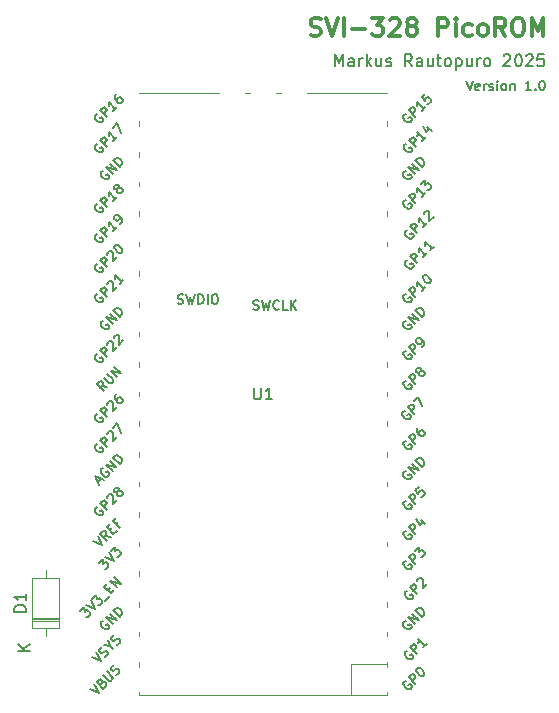
<source format=gbr>
%TF.GenerationSoftware,KiCad,Pcbnew,8.0.6*%
%TF.CreationDate,2025-03-18T08:59:09+02:00*%
%TF.ProjectId,SVI-328-PicoROM,5356492d-3332-4382-9d50-69636f524f4d,1.0*%
%TF.SameCoordinates,Original*%
%TF.FileFunction,Legend,Top*%
%TF.FilePolarity,Positive*%
%FSLAX46Y46*%
G04 Gerber Fmt 4.6, Leading zero omitted, Abs format (unit mm)*
G04 Created by KiCad (PCBNEW 8.0.6) date 2025-03-18 08:59:09*
%MOMM*%
%LPD*%
G01*
G04 APERTURE LIST*
%ADD10C,0.150000*%
%ADD11C,0.300000*%
%ADD12C,0.120000*%
G04 APERTURE END LIST*
D10*
X151620363Y-90094295D02*
X151887030Y-90894295D01*
X151887030Y-90894295D02*
X152153696Y-90094295D01*
X152725125Y-90856200D02*
X152648934Y-90894295D01*
X152648934Y-90894295D02*
X152496553Y-90894295D01*
X152496553Y-90894295D02*
X152420363Y-90856200D01*
X152420363Y-90856200D02*
X152382267Y-90780009D01*
X152382267Y-90780009D02*
X152382267Y-90475247D01*
X152382267Y-90475247D02*
X152420363Y-90399057D01*
X152420363Y-90399057D02*
X152496553Y-90360961D01*
X152496553Y-90360961D02*
X152648934Y-90360961D01*
X152648934Y-90360961D02*
X152725125Y-90399057D01*
X152725125Y-90399057D02*
X152763220Y-90475247D01*
X152763220Y-90475247D02*
X152763220Y-90551438D01*
X152763220Y-90551438D02*
X152382267Y-90627628D01*
X153106077Y-90894295D02*
X153106077Y-90360961D01*
X153106077Y-90513342D02*
X153144172Y-90437152D01*
X153144172Y-90437152D02*
X153182267Y-90399057D01*
X153182267Y-90399057D02*
X153258458Y-90360961D01*
X153258458Y-90360961D02*
X153334648Y-90360961D01*
X153563219Y-90856200D02*
X153639410Y-90894295D01*
X153639410Y-90894295D02*
X153791791Y-90894295D01*
X153791791Y-90894295D02*
X153867981Y-90856200D01*
X153867981Y-90856200D02*
X153906077Y-90780009D01*
X153906077Y-90780009D02*
X153906077Y-90741914D01*
X153906077Y-90741914D02*
X153867981Y-90665723D01*
X153867981Y-90665723D02*
X153791791Y-90627628D01*
X153791791Y-90627628D02*
X153677505Y-90627628D01*
X153677505Y-90627628D02*
X153601315Y-90589533D01*
X153601315Y-90589533D02*
X153563219Y-90513342D01*
X153563219Y-90513342D02*
X153563219Y-90475247D01*
X153563219Y-90475247D02*
X153601315Y-90399057D01*
X153601315Y-90399057D02*
X153677505Y-90360961D01*
X153677505Y-90360961D02*
X153791791Y-90360961D01*
X153791791Y-90360961D02*
X153867981Y-90399057D01*
X154248934Y-90894295D02*
X154248934Y-90360961D01*
X154248934Y-90094295D02*
X154210838Y-90132390D01*
X154210838Y-90132390D02*
X154248934Y-90170485D01*
X154248934Y-90170485D02*
X154287029Y-90132390D01*
X154287029Y-90132390D02*
X154248934Y-90094295D01*
X154248934Y-90094295D02*
X154248934Y-90170485D01*
X154744171Y-90894295D02*
X154667981Y-90856200D01*
X154667981Y-90856200D02*
X154629886Y-90818104D01*
X154629886Y-90818104D02*
X154591790Y-90741914D01*
X154591790Y-90741914D02*
X154591790Y-90513342D01*
X154591790Y-90513342D02*
X154629886Y-90437152D01*
X154629886Y-90437152D02*
X154667981Y-90399057D01*
X154667981Y-90399057D02*
X154744171Y-90360961D01*
X154744171Y-90360961D02*
X154858457Y-90360961D01*
X154858457Y-90360961D02*
X154934648Y-90399057D01*
X154934648Y-90399057D02*
X154972743Y-90437152D01*
X154972743Y-90437152D02*
X155010838Y-90513342D01*
X155010838Y-90513342D02*
X155010838Y-90741914D01*
X155010838Y-90741914D02*
X154972743Y-90818104D01*
X154972743Y-90818104D02*
X154934648Y-90856200D01*
X154934648Y-90856200D02*
X154858457Y-90894295D01*
X154858457Y-90894295D02*
X154744171Y-90894295D01*
X155353696Y-90360961D02*
X155353696Y-90894295D01*
X155353696Y-90437152D02*
X155391791Y-90399057D01*
X155391791Y-90399057D02*
X155467981Y-90360961D01*
X155467981Y-90360961D02*
X155582267Y-90360961D01*
X155582267Y-90360961D02*
X155658458Y-90399057D01*
X155658458Y-90399057D02*
X155696553Y-90475247D01*
X155696553Y-90475247D02*
X155696553Y-90894295D01*
X157106077Y-90894295D02*
X156648934Y-90894295D01*
X156877506Y-90894295D02*
X156877506Y-90094295D01*
X156877506Y-90094295D02*
X156801315Y-90208580D01*
X156801315Y-90208580D02*
X156725125Y-90284771D01*
X156725125Y-90284771D02*
X156648934Y-90322866D01*
X157448935Y-90818104D02*
X157487030Y-90856200D01*
X157487030Y-90856200D02*
X157448935Y-90894295D01*
X157448935Y-90894295D02*
X157410839Y-90856200D01*
X157410839Y-90856200D02*
X157448935Y-90818104D01*
X157448935Y-90818104D02*
X157448935Y-90894295D01*
X157982268Y-90094295D02*
X158058458Y-90094295D01*
X158058458Y-90094295D02*
X158134649Y-90132390D01*
X158134649Y-90132390D02*
X158172744Y-90170485D01*
X158172744Y-90170485D02*
X158210839Y-90246676D01*
X158210839Y-90246676D02*
X158248934Y-90399057D01*
X158248934Y-90399057D02*
X158248934Y-90589533D01*
X158248934Y-90589533D02*
X158210839Y-90741914D01*
X158210839Y-90741914D02*
X158172744Y-90818104D01*
X158172744Y-90818104D02*
X158134649Y-90856200D01*
X158134649Y-90856200D02*
X158058458Y-90894295D01*
X158058458Y-90894295D02*
X157982268Y-90894295D01*
X157982268Y-90894295D02*
X157906077Y-90856200D01*
X157906077Y-90856200D02*
X157867982Y-90818104D01*
X157867982Y-90818104D02*
X157829887Y-90741914D01*
X157829887Y-90741914D02*
X157791791Y-90589533D01*
X157791791Y-90589533D02*
X157791791Y-90399057D01*
X157791791Y-90399057D02*
X157829887Y-90246676D01*
X157829887Y-90246676D02*
X157867982Y-90170485D01*
X157867982Y-90170485D02*
X157906077Y-90132390D01*
X157906077Y-90132390D02*
X157982268Y-90094295D01*
X140496551Y-88869819D02*
X140496551Y-87869819D01*
X140496551Y-87869819D02*
X140829884Y-88584104D01*
X140829884Y-88584104D02*
X141163217Y-87869819D01*
X141163217Y-87869819D02*
X141163217Y-88869819D01*
X142067979Y-88869819D02*
X142067979Y-88346009D01*
X142067979Y-88346009D02*
X142020360Y-88250771D01*
X142020360Y-88250771D02*
X141925122Y-88203152D01*
X141925122Y-88203152D02*
X141734646Y-88203152D01*
X141734646Y-88203152D02*
X141639408Y-88250771D01*
X142067979Y-88822200D02*
X141972741Y-88869819D01*
X141972741Y-88869819D02*
X141734646Y-88869819D01*
X141734646Y-88869819D02*
X141639408Y-88822200D01*
X141639408Y-88822200D02*
X141591789Y-88726961D01*
X141591789Y-88726961D02*
X141591789Y-88631723D01*
X141591789Y-88631723D02*
X141639408Y-88536485D01*
X141639408Y-88536485D02*
X141734646Y-88488866D01*
X141734646Y-88488866D02*
X141972741Y-88488866D01*
X141972741Y-88488866D02*
X142067979Y-88441247D01*
X142544170Y-88869819D02*
X142544170Y-88203152D01*
X142544170Y-88393628D02*
X142591789Y-88298390D01*
X142591789Y-88298390D02*
X142639408Y-88250771D01*
X142639408Y-88250771D02*
X142734646Y-88203152D01*
X142734646Y-88203152D02*
X142829884Y-88203152D01*
X143163218Y-88869819D02*
X143163218Y-87869819D01*
X143258456Y-88488866D02*
X143544170Y-88869819D01*
X143544170Y-88203152D02*
X143163218Y-88584104D01*
X144401313Y-88203152D02*
X144401313Y-88869819D01*
X143972742Y-88203152D02*
X143972742Y-88726961D01*
X143972742Y-88726961D02*
X144020361Y-88822200D01*
X144020361Y-88822200D02*
X144115599Y-88869819D01*
X144115599Y-88869819D02*
X144258456Y-88869819D01*
X144258456Y-88869819D02*
X144353694Y-88822200D01*
X144353694Y-88822200D02*
X144401313Y-88774580D01*
X144829885Y-88822200D02*
X144925123Y-88869819D01*
X144925123Y-88869819D02*
X145115599Y-88869819D01*
X145115599Y-88869819D02*
X145210837Y-88822200D01*
X145210837Y-88822200D02*
X145258456Y-88726961D01*
X145258456Y-88726961D02*
X145258456Y-88679342D01*
X145258456Y-88679342D02*
X145210837Y-88584104D01*
X145210837Y-88584104D02*
X145115599Y-88536485D01*
X145115599Y-88536485D02*
X144972742Y-88536485D01*
X144972742Y-88536485D02*
X144877504Y-88488866D01*
X144877504Y-88488866D02*
X144829885Y-88393628D01*
X144829885Y-88393628D02*
X144829885Y-88346009D01*
X144829885Y-88346009D02*
X144877504Y-88250771D01*
X144877504Y-88250771D02*
X144972742Y-88203152D01*
X144972742Y-88203152D02*
X145115599Y-88203152D01*
X145115599Y-88203152D02*
X145210837Y-88250771D01*
X147020361Y-88869819D02*
X146687028Y-88393628D01*
X146448933Y-88869819D02*
X146448933Y-87869819D01*
X146448933Y-87869819D02*
X146829885Y-87869819D01*
X146829885Y-87869819D02*
X146925123Y-87917438D01*
X146925123Y-87917438D02*
X146972742Y-87965057D01*
X146972742Y-87965057D02*
X147020361Y-88060295D01*
X147020361Y-88060295D02*
X147020361Y-88203152D01*
X147020361Y-88203152D02*
X146972742Y-88298390D01*
X146972742Y-88298390D02*
X146925123Y-88346009D01*
X146925123Y-88346009D02*
X146829885Y-88393628D01*
X146829885Y-88393628D02*
X146448933Y-88393628D01*
X147877504Y-88869819D02*
X147877504Y-88346009D01*
X147877504Y-88346009D02*
X147829885Y-88250771D01*
X147829885Y-88250771D02*
X147734647Y-88203152D01*
X147734647Y-88203152D02*
X147544171Y-88203152D01*
X147544171Y-88203152D02*
X147448933Y-88250771D01*
X147877504Y-88822200D02*
X147782266Y-88869819D01*
X147782266Y-88869819D02*
X147544171Y-88869819D01*
X147544171Y-88869819D02*
X147448933Y-88822200D01*
X147448933Y-88822200D02*
X147401314Y-88726961D01*
X147401314Y-88726961D02*
X147401314Y-88631723D01*
X147401314Y-88631723D02*
X147448933Y-88536485D01*
X147448933Y-88536485D02*
X147544171Y-88488866D01*
X147544171Y-88488866D02*
X147782266Y-88488866D01*
X147782266Y-88488866D02*
X147877504Y-88441247D01*
X148782266Y-88203152D02*
X148782266Y-88869819D01*
X148353695Y-88203152D02*
X148353695Y-88726961D01*
X148353695Y-88726961D02*
X148401314Y-88822200D01*
X148401314Y-88822200D02*
X148496552Y-88869819D01*
X148496552Y-88869819D02*
X148639409Y-88869819D01*
X148639409Y-88869819D02*
X148734647Y-88822200D01*
X148734647Y-88822200D02*
X148782266Y-88774580D01*
X149115600Y-88203152D02*
X149496552Y-88203152D01*
X149258457Y-87869819D02*
X149258457Y-88726961D01*
X149258457Y-88726961D02*
X149306076Y-88822200D01*
X149306076Y-88822200D02*
X149401314Y-88869819D01*
X149401314Y-88869819D02*
X149496552Y-88869819D01*
X149972743Y-88869819D02*
X149877505Y-88822200D01*
X149877505Y-88822200D02*
X149829886Y-88774580D01*
X149829886Y-88774580D02*
X149782267Y-88679342D01*
X149782267Y-88679342D02*
X149782267Y-88393628D01*
X149782267Y-88393628D02*
X149829886Y-88298390D01*
X149829886Y-88298390D02*
X149877505Y-88250771D01*
X149877505Y-88250771D02*
X149972743Y-88203152D01*
X149972743Y-88203152D02*
X150115600Y-88203152D01*
X150115600Y-88203152D02*
X150210838Y-88250771D01*
X150210838Y-88250771D02*
X150258457Y-88298390D01*
X150258457Y-88298390D02*
X150306076Y-88393628D01*
X150306076Y-88393628D02*
X150306076Y-88679342D01*
X150306076Y-88679342D02*
X150258457Y-88774580D01*
X150258457Y-88774580D02*
X150210838Y-88822200D01*
X150210838Y-88822200D02*
X150115600Y-88869819D01*
X150115600Y-88869819D02*
X149972743Y-88869819D01*
X150734648Y-88203152D02*
X150734648Y-89203152D01*
X150734648Y-88250771D02*
X150829886Y-88203152D01*
X150829886Y-88203152D02*
X151020362Y-88203152D01*
X151020362Y-88203152D02*
X151115600Y-88250771D01*
X151115600Y-88250771D02*
X151163219Y-88298390D01*
X151163219Y-88298390D02*
X151210838Y-88393628D01*
X151210838Y-88393628D02*
X151210838Y-88679342D01*
X151210838Y-88679342D02*
X151163219Y-88774580D01*
X151163219Y-88774580D02*
X151115600Y-88822200D01*
X151115600Y-88822200D02*
X151020362Y-88869819D01*
X151020362Y-88869819D02*
X150829886Y-88869819D01*
X150829886Y-88869819D02*
X150734648Y-88822200D01*
X152067981Y-88203152D02*
X152067981Y-88869819D01*
X151639410Y-88203152D02*
X151639410Y-88726961D01*
X151639410Y-88726961D02*
X151687029Y-88822200D01*
X151687029Y-88822200D02*
X151782267Y-88869819D01*
X151782267Y-88869819D02*
X151925124Y-88869819D01*
X151925124Y-88869819D02*
X152020362Y-88822200D01*
X152020362Y-88822200D02*
X152067981Y-88774580D01*
X152544172Y-88869819D02*
X152544172Y-88203152D01*
X152544172Y-88393628D02*
X152591791Y-88298390D01*
X152591791Y-88298390D02*
X152639410Y-88250771D01*
X152639410Y-88250771D02*
X152734648Y-88203152D01*
X152734648Y-88203152D02*
X152829886Y-88203152D01*
X153306077Y-88869819D02*
X153210839Y-88822200D01*
X153210839Y-88822200D02*
X153163220Y-88774580D01*
X153163220Y-88774580D02*
X153115601Y-88679342D01*
X153115601Y-88679342D02*
X153115601Y-88393628D01*
X153115601Y-88393628D02*
X153163220Y-88298390D01*
X153163220Y-88298390D02*
X153210839Y-88250771D01*
X153210839Y-88250771D02*
X153306077Y-88203152D01*
X153306077Y-88203152D02*
X153448934Y-88203152D01*
X153448934Y-88203152D02*
X153544172Y-88250771D01*
X153544172Y-88250771D02*
X153591791Y-88298390D01*
X153591791Y-88298390D02*
X153639410Y-88393628D01*
X153639410Y-88393628D02*
X153639410Y-88679342D01*
X153639410Y-88679342D02*
X153591791Y-88774580D01*
X153591791Y-88774580D02*
X153544172Y-88822200D01*
X153544172Y-88822200D02*
X153448934Y-88869819D01*
X153448934Y-88869819D02*
X153306077Y-88869819D01*
X154782268Y-87965057D02*
X154829887Y-87917438D01*
X154829887Y-87917438D02*
X154925125Y-87869819D01*
X154925125Y-87869819D02*
X155163220Y-87869819D01*
X155163220Y-87869819D02*
X155258458Y-87917438D01*
X155258458Y-87917438D02*
X155306077Y-87965057D01*
X155306077Y-87965057D02*
X155353696Y-88060295D01*
X155353696Y-88060295D02*
X155353696Y-88155533D01*
X155353696Y-88155533D02*
X155306077Y-88298390D01*
X155306077Y-88298390D02*
X154734649Y-88869819D01*
X154734649Y-88869819D02*
X155353696Y-88869819D01*
X155972744Y-87869819D02*
X156067982Y-87869819D01*
X156067982Y-87869819D02*
X156163220Y-87917438D01*
X156163220Y-87917438D02*
X156210839Y-87965057D01*
X156210839Y-87965057D02*
X156258458Y-88060295D01*
X156258458Y-88060295D02*
X156306077Y-88250771D01*
X156306077Y-88250771D02*
X156306077Y-88488866D01*
X156306077Y-88488866D02*
X156258458Y-88679342D01*
X156258458Y-88679342D02*
X156210839Y-88774580D01*
X156210839Y-88774580D02*
X156163220Y-88822200D01*
X156163220Y-88822200D02*
X156067982Y-88869819D01*
X156067982Y-88869819D02*
X155972744Y-88869819D01*
X155972744Y-88869819D02*
X155877506Y-88822200D01*
X155877506Y-88822200D02*
X155829887Y-88774580D01*
X155829887Y-88774580D02*
X155782268Y-88679342D01*
X155782268Y-88679342D02*
X155734649Y-88488866D01*
X155734649Y-88488866D02*
X155734649Y-88250771D01*
X155734649Y-88250771D02*
X155782268Y-88060295D01*
X155782268Y-88060295D02*
X155829887Y-87965057D01*
X155829887Y-87965057D02*
X155877506Y-87917438D01*
X155877506Y-87917438D02*
X155972744Y-87869819D01*
X156687030Y-87965057D02*
X156734649Y-87917438D01*
X156734649Y-87917438D02*
X156829887Y-87869819D01*
X156829887Y-87869819D02*
X157067982Y-87869819D01*
X157067982Y-87869819D02*
X157163220Y-87917438D01*
X157163220Y-87917438D02*
X157210839Y-87965057D01*
X157210839Y-87965057D02*
X157258458Y-88060295D01*
X157258458Y-88060295D02*
X157258458Y-88155533D01*
X157258458Y-88155533D02*
X157210839Y-88298390D01*
X157210839Y-88298390D02*
X156639411Y-88869819D01*
X156639411Y-88869819D02*
X157258458Y-88869819D01*
X158163220Y-87869819D02*
X157687030Y-87869819D01*
X157687030Y-87869819D02*
X157639411Y-88346009D01*
X157639411Y-88346009D02*
X157687030Y-88298390D01*
X157687030Y-88298390D02*
X157782268Y-88250771D01*
X157782268Y-88250771D02*
X158020363Y-88250771D01*
X158020363Y-88250771D02*
X158115601Y-88298390D01*
X158115601Y-88298390D02*
X158163220Y-88346009D01*
X158163220Y-88346009D02*
X158210839Y-88441247D01*
X158210839Y-88441247D02*
X158210839Y-88679342D01*
X158210839Y-88679342D02*
X158163220Y-88774580D01*
X158163220Y-88774580D02*
X158115601Y-88822200D01*
X158115601Y-88822200D02*
X158020363Y-88869819D01*
X158020363Y-88869819D02*
X157782268Y-88869819D01*
X157782268Y-88869819D02*
X157687030Y-88822200D01*
X157687030Y-88822200D02*
X157639411Y-88774580D01*
D11*
X138431204Y-86229400D02*
X138645490Y-86300828D01*
X138645490Y-86300828D02*
X139002632Y-86300828D01*
X139002632Y-86300828D02*
X139145490Y-86229400D01*
X139145490Y-86229400D02*
X139216918Y-86157971D01*
X139216918Y-86157971D02*
X139288347Y-86015114D01*
X139288347Y-86015114D02*
X139288347Y-85872257D01*
X139288347Y-85872257D02*
X139216918Y-85729400D01*
X139216918Y-85729400D02*
X139145490Y-85657971D01*
X139145490Y-85657971D02*
X139002632Y-85586542D01*
X139002632Y-85586542D02*
X138716918Y-85515114D01*
X138716918Y-85515114D02*
X138574061Y-85443685D01*
X138574061Y-85443685D02*
X138502632Y-85372257D01*
X138502632Y-85372257D02*
X138431204Y-85229400D01*
X138431204Y-85229400D02*
X138431204Y-85086542D01*
X138431204Y-85086542D02*
X138502632Y-84943685D01*
X138502632Y-84943685D02*
X138574061Y-84872257D01*
X138574061Y-84872257D02*
X138716918Y-84800828D01*
X138716918Y-84800828D02*
X139074061Y-84800828D01*
X139074061Y-84800828D02*
X139288347Y-84872257D01*
X139716918Y-84800828D02*
X140216918Y-86300828D01*
X140216918Y-86300828D02*
X140716918Y-84800828D01*
X141216917Y-86300828D02*
X141216917Y-84800828D01*
X141931203Y-85729400D02*
X143074061Y-85729400D01*
X143645489Y-84800828D02*
X144574061Y-84800828D01*
X144574061Y-84800828D02*
X144074061Y-85372257D01*
X144074061Y-85372257D02*
X144288346Y-85372257D01*
X144288346Y-85372257D02*
X144431204Y-85443685D01*
X144431204Y-85443685D02*
X144502632Y-85515114D01*
X144502632Y-85515114D02*
X144574061Y-85657971D01*
X144574061Y-85657971D02*
X144574061Y-86015114D01*
X144574061Y-86015114D02*
X144502632Y-86157971D01*
X144502632Y-86157971D02*
X144431204Y-86229400D01*
X144431204Y-86229400D02*
X144288346Y-86300828D01*
X144288346Y-86300828D02*
X143859775Y-86300828D01*
X143859775Y-86300828D02*
X143716918Y-86229400D01*
X143716918Y-86229400D02*
X143645489Y-86157971D01*
X145145489Y-84943685D02*
X145216917Y-84872257D01*
X145216917Y-84872257D02*
X145359775Y-84800828D01*
X145359775Y-84800828D02*
X145716917Y-84800828D01*
X145716917Y-84800828D02*
X145859775Y-84872257D01*
X145859775Y-84872257D02*
X145931203Y-84943685D01*
X145931203Y-84943685D02*
X146002632Y-85086542D01*
X146002632Y-85086542D02*
X146002632Y-85229400D01*
X146002632Y-85229400D02*
X145931203Y-85443685D01*
X145931203Y-85443685D02*
X145074060Y-86300828D01*
X145074060Y-86300828D02*
X146002632Y-86300828D01*
X146859774Y-85443685D02*
X146716917Y-85372257D01*
X146716917Y-85372257D02*
X146645488Y-85300828D01*
X146645488Y-85300828D02*
X146574060Y-85157971D01*
X146574060Y-85157971D02*
X146574060Y-85086542D01*
X146574060Y-85086542D02*
X146645488Y-84943685D01*
X146645488Y-84943685D02*
X146716917Y-84872257D01*
X146716917Y-84872257D02*
X146859774Y-84800828D01*
X146859774Y-84800828D02*
X147145488Y-84800828D01*
X147145488Y-84800828D02*
X147288346Y-84872257D01*
X147288346Y-84872257D02*
X147359774Y-84943685D01*
X147359774Y-84943685D02*
X147431203Y-85086542D01*
X147431203Y-85086542D02*
X147431203Y-85157971D01*
X147431203Y-85157971D02*
X147359774Y-85300828D01*
X147359774Y-85300828D02*
X147288346Y-85372257D01*
X147288346Y-85372257D02*
X147145488Y-85443685D01*
X147145488Y-85443685D02*
X146859774Y-85443685D01*
X146859774Y-85443685D02*
X146716917Y-85515114D01*
X146716917Y-85515114D02*
X146645488Y-85586542D01*
X146645488Y-85586542D02*
X146574060Y-85729400D01*
X146574060Y-85729400D02*
X146574060Y-86015114D01*
X146574060Y-86015114D02*
X146645488Y-86157971D01*
X146645488Y-86157971D02*
X146716917Y-86229400D01*
X146716917Y-86229400D02*
X146859774Y-86300828D01*
X146859774Y-86300828D02*
X147145488Y-86300828D01*
X147145488Y-86300828D02*
X147288346Y-86229400D01*
X147288346Y-86229400D02*
X147359774Y-86157971D01*
X147359774Y-86157971D02*
X147431203Y-86015114D01*
X147431203Y-86015114D02*
X147431203Y-85729400D01*
X147431203Y-85729400D02*
X147359774Y-85586542D01*
X147359774Y-85586542D02*
X147288346Y-85515114D01*
X147288346Y-85515114D02*
X147145488Y-85443685D01*
X149216916Y-86300828D02*
X149216916Y-84800828D01*
X149216916Y-84800828D02*
X149788345Y-84800828D01*
X149788345Y-84800828D02*
X149931202Y-84872257D01*
X149931202Y-84872257D02*
X150002631Y-84943685D01*
X150002631Y-84943685D02*
X150074059Y-85086542D01*
X150074059Y-85086542D02*
X150074059Y-85300828D01*
X150074059Y-85300828D02*
X150002631Y-85443685D01*
X150002631Y-85443685D02*
X149931202Y-85515114D01*
X149931202Y-85515114D02*
X149788345Y-85586542D01*
X149788345Y-85586542D02*
X149216916Y-85586542D01*
X150716916Y-86300828D02*
X150716916Y-85300828D01*
X150716916Y-84800828D02*
X150645488Y-84872257D01*
X150645488Y-84872257D02*
X150716916Y-84943685D01*
X150716916Y-84943685D02*
X150788345Y-84872257D01*
X150788345Y-84872257D02*
X150716916Y-84800828D01*
X150716916Y-84800828D02*
X150716916Y-84943685D01*
X152074060Y-86229400D02*
X151931202Y-86300828D01*
X151931202Y-86300828D02*
X151645488Y-86300828D01*
X151645488Y-86300828D02*
X151502631Y-86229400D01*
X151502631Y-86229400D02*
X151431202Y-86157971D01*
X151431202Y-86157971D02*
X151359774Y-86015114D01*
X151359774Y-86015114D02*
X151359774Y-85586542D01*
X151359774Y-85586542D02*
X151431202Y-85443685D01*
X151431202Y-85443685D02*
X151502631Y-85372257D01*
X151502631Y-85372257D02*
X151645488Y-85300828D01*
X151645488Y-85300828D02*
X151931202Y-85300828D01*
X151931202Y-85300828D02*
X152074060Y-85372257D01*
X152931202Y-86300828D02*
X152788345Y-86229400D01*
X152788345Y-86229400D02*
X152716916Y-86157971D01*
X152716916Y-86157971D02*
X152645488Y-86015114D01*
X152645488Y-86015114D02*
X152645488Y-85586542D01*
X152645488Y-85586542D02*
X152716916Y-85443685D01*
X152716916Y-85443685D02*
X152788345Y-85372257D01*
X152788345Y-85372257D02*
X152931202Y-85300828D01*
X152931202Y-85300828D02*
X153145488Y-85300828D01*
X153145488Y-85300828D02*
X153288345Y-85372257D01*
X153288345Y-85372257D02*
X153359774Y-85443685D01*
X153359774Y-85443685D02*
X153431202Y-85586542D01*
X153431202Y-85586542D02*
X153431202Y-86015114D01*
X153431202Y-86015114D02*
X153359774Y-86157971D01*
X153359774Y-86157971D02*
X153288345Y-86229400D01*
X153288345Y-86229400D02*
X153145488Y-86300828D01*
X153145488Y-86300828D02*
X152931202Y-86300828D01*
X154931202Y-86300828D02*
X154431202Y-85586542D01*
X154074059Y-86300828D02*
X154074059Y-84800828D01*
X154074059Y-84800828D02*
X154645488Y-84800828D01*
X154645488Y-84800828D02*
X154788345Y-84872257D01*
X154788345Y-84872257D02*
X154859774Y-84943685D01*
X154859774Y-84943685D02*
X154931202Y-85086542D01*
X154931202Y-85086542D02*
X154931202Y-85300828D01*
X154931202Y-85300828D02*
X154859774Y-85443685D01*
X154859774Y-85443685D02*
X154788345Y-85515114D01*
X154788345Y-85515114D02*
X154645488Y-85586542D01*
X154645488Y-85586542D02*
X154074059Y-85586542D01*
X155859774Y-84800828D02*
X156145488Y-84800828D01*
X156145488Y-84800828D02*
X156288345Y-84872257D01*
X156288345Y-84872257D02*
X156431202Y-85015114D01*
X156431202Y-85015114D02*
X156502631Y-85300828D01*
X156502631Y-85300828D02*
X156502631Y-85800828D01*
X156502631Y-85800828D02*
X156431202Y-86086542D01*
X156431202Y-86086542D02*
X156288345Y-86229400D01*
X156288345Y-86229400D02*
X156145488Y-86300828D01*
X156145488Y-86300828D02*
X155859774Y-86300828D01*
X155859774Y-86300828D02*
X155716917Y-86229400D01*
X155716917Y-86229400D02*
X155574059Y-86086542D01*
X155574059Y-86086542D02*
X155502631Y-85800828D01*
X155502631Y-85800828D02*
X155502631Y-85300828D01*
X155502631Y-85300828D02*
X155574059Y-85015114D01*
X155574059Y-85015114D02*
X155716917Y-84872257D01*
X155716917Y-84872257D02*
X155859774Y-84800828D01*
X157145488Y-86300828D02*
X157145488Y-84800828D01*
X157145488Y-84800828D02*
X157645488Y-85872257D01*
X157645488Y-85872257D02*
X158145488Y-84800828D01*
X158145488Y-84800828D02*
X158145488Y-86300828D01*
D10*
X133628095Y-116084819D02*
X133628095Y-116894342D01*
X133628095Y-116894342D02*
X133675714Y-116989580D01*
X133675714Y-116989580D02*
X133723333Y-117037200D01*
X133723333Y-117037200D02*
X133818571Y-117084819D01*
X133818571Y-117084819D02*
X134009047Y-117084819D01*
X134009047Y-117084819D02*
X134104285Y-117037200D01*
X134104285Y-117037200D02*
X134151904Y-116989580D01*
X134151904Y-116989580D02*
X134199523Y-116894342D01*
X134199523Y-116894342D02*
X134199523Y-116084819D01*
X135199523Y-117084819D02*
X134628095Y-117084819D01*
X134913809Y-117084819D02*
X134913809Y-116084819D01*
X134913809Y-116084819D02*
X134818571Y-116227676D01*
X134818571Y-116227676D02*
X134723333Y-116322914D01*
X134723333Y-116322914D02*
X134628095Y-116370533D01*
X146603372Y-133261494D02*
X146522560Y-133288431D01*
X146522560Y-133288431D02*
X146441748Y-133369243D01*
X146441748Y-133369243D02*
X146387873Y-133476993D01*
X146387873Y-133476993D02*
X146387873Y-133584742D01*
X146387873Y-133584742D02*
X146414810Y-133665555D01*
X146414810Y-133665555D02*
X146495623Y-133800242D01*
X146495623Y-133800242D02*
X146576435Y-133881054D01*
X146576435Y-133881054D02*
X146711122Y-133961866D01*
X146711122Y-133961866D02*
X146791934Y-133988803D01*
X146791934Y-133988803D02*
X146899684Y-133988803D01*
X146899684Y-133988803D02*
X147007433Y-133934929D01*
X147007433Y-133934929D02*
X147061308Y-133881054D01*
X147061308Y-133881054D02*
X147115183Y-133773304D01*
X147115183Y-133773304D02*
X147115183Y-133719429D01*
X147115183Y-133719429D02*
X146926621Y-133530868D01*
X146926621Y-133530868D02*
X146818871Y-133638617D01*
X147411494Y-133530868D02*
X146845809Y-132965182D01*
X146845809Y-132965182D02*
X147061308Y-132749683D01*
X147061308Y-132749683D02*
X147142120Y-132722746D01*
X147142120Y-132722746D02*
X147195995Y-132722746D01*
X147195995Y-132722746D02*
X147276807Y-132749683D01*
X147276807Y-132749683D02*
X147357619Y-132830495D01*
X147357619Y-132830495D02*
X147384557Y-132911307D01*
X147384557Y-132911307D02*
X147384557Y-132965182D01*
X147384557Y-132965182D02*
X147357619Y-133045994D01*
X147357619Y-133045994D02*
X147142120Y-133261494D01*
X147438432Y-132480309D02*
X147438432Y-132426434D01*
X147438432Y-132426434D02*
X147465369Y-132345622D01*
X147465369Y-132345622D02*
X147600056Y-132210935D01*
X147600056Y-132210935D02*
X147680868Y-132183998D01*
X147680868Y-132183998D02*
X147734743Y-132183998D01*
X147734743Y-132183998D02*
X147815555Y-132210935D01*
X147815555Y-132210935D02*
X147869430Y-132264810D01*
X147869430Y-132264810D02*
X147923305Y-132372559D01*
X147923305Y-132372559D02*
X147923305Y-133019057D01*
X147923305Y-133019057D02*
X148273491Y-132668871D01*
X120379998Y-126164868D02*
X120299185Y-126191805D01*
X120299185Y-126191805D02*
X120218373Y-126272618D01*
X120218373Y-126272618D02*
X120164498Y-126380367D01*
X120164498Y-126380367D02*
X120164498Y-126488117D01*
X120164498Y-126488117D02*
X120191436Y-126568929D01*
X120191436Y-126568929D02*
X120272248Y-126703616D01*
X120272248Y-126703616D02*
X120353060Y-126784428D01*
X120353060Y-126784428D02*
X120487747Y-126865241D01*
X120487747Y-126865241D02*
X120568560Y-126892178D01*
X120568560Y-126892178D02*
X120676309Y-126892178D01*
X120676309Y-126892178D02*
X120784059Y-126838303D01*
X120784059Y-126838303D02*
X120837934Y-126784428D01*
X120837934Y-126784428D02*
X120891808Y-126676679D01*
X120891808Y-126676679D02*
X120891808Y-126622804D01*
X120891808Y-126622804D02*
X120703247Y-126434242D01*
X120703247Y-126434242D02*
X120595497Y-126541992D01*
X121188120Y-126434242D02*
X120622434Y-125868557D01*
X120622434Y-125868557D02*
X120837934Y-125653057D01*
X120837934Y-125653057D02*
X120918746Y-125626120D01*
X120918746Y-125626120D02*
X120972621Y-125626120D01*
X120972621Y-125626120D02*
X121053433Y-125653057D01*
X121053433Y-125653057D02*
X121134245Y-125733870D01*
X121134245Y-125733870D02*
X121161182Y-125814682D01*
X121161182Y-125814682D02*
X121161182Y-125868557D01*
X121161182Y-125868557D02*
X121134245Y-125949369D01*
X121134245Y-125949369D02*
X120918746Y-126164868D01*
X121215057Y-125383683D02*
X121215057Y-125329809D01*
X121215057Y-125329809D02*
X121241995Y-125248996D01*
X121241995Y-125248996D02*
X121376682Y-125114309D01*
X121376682Y-125114309D02*
X121457494Y-125087372D01*
X121457494Y-125087372D02*
X121511369Y-125087372D01*
X121511369Y-125087372D02*
X121592181Y-125114309D01*
X121592181Y-125114309D02*
X121646056Y-125168184D01*
X121646056Y-125168184D02*
X121699930Y-125275934D01*
X121699930Y-125275934D02*
X121699930Y-125922431D01*
X121699930Y-125922431D02*
X122050117Y-125572245D01*
X122050117Y-124925747D02*
X121969305Y-124952685D01*
X121969305Y-124952685D02*
X121915430Y-124952685D01*
X121915430Y-124952685D02*
X121834618Y-124925747D01*
X121834618Y-124925747D02*
X121807680Y-124898810D01*
X121807680Y-124898810D02*
X121780743Y-124817998D01*
X121780743Y-124817998D02*
X121780743Y-124764123D01*
X121780743Y-124764123D02*
X121807680Y-124683311D01*
X121807680Y-124683311D02*
X121915430Y-124575561D01*
X121915430Y-124575561D02*
X121996242Y-124548624D01*
X121996242Y-124548624D02*
X122050117Y-124548624D01*
X122050117Y-124548624D02*
X122130929Y-124575561D01*
X122130929Y-124575561D02*
X122157866Y-124602499D01*
X122157866Y-124602499D02*
X122184804Y-124683311D01*
X122184804Y-124683311D02*
X122184804Y-124737186D01*
X122184804Y-124737186D02*
X122157866Y-124817998D01*
X122157866Y-124817998D02*
X122050117Y-124925747D01*
X122050117Y-124925747D02*
X122023179Y-125006560D01*
X122023179Y-125006560D02*
X122023179Y-125060434D01*
X122023179Y-125060434D02*
X122050117Y-125141247D01*
X122050117Y-125141247D02*
X122157866Y-125248996D01*
X122157866Y-125248996D02*
X122238679Y-125275934D01*
X122238679Y-125275934D02*
X122292553Y-125275934D01*
X122292553Y-125275934D02*
X122373366Y-125248996D01*
X122373366Y-125248996D02*
X122481115Y-125141247D01*
X122481115Y-125141247D02*
X122508053Y-125060434D01*
X122508053Y-125060434D02*
X122508053Y-125006560D01*
X122508053Y-125006560D02*
X122481115Y-124925747D01*
X122481115Y-124925747D02*
X122373366Y-124817998D01*
X122373366Y-124817998D02*
X122292553Y-124791060D01*
X122292553Y-124791060D02*
X122238679Y-124791060D01*
X122238679Y-124791060D02*
X122157866Y-124817998D01*
X120379998Y-113210868D02*
X120299185Y-113237805D01*
X120299185Y-113237805D02*
X120218373Y-113318618D01*
X120218373Y-113318618D02*
X120164498Y-113426367D01*
X120164498Y-113426367D02*
X120164498Y-113534117D01*
X120164498Y-113534117D02*
X120191436Y-113614929D01*
X120191436Y-113614929D02*
X120272248Y-113749616D01*
X120272248Y-113749616D02*
X120353060Y-113830428D01*
X120353060Y-113830428D02*
X120487747Y-113911241D01*
X120487747Y-113911241D02*
X120568560Y-113938178D01*
X120568560Y-113938178D02*
X120676309Y-113938178D01*
X120676309Y-113938178D02*
X120784059Y-113884303D01*
X120784059Y-113884303D02*
X120837934Y-113830428D01*
X120837934Y-113830428D02*
X120891808Y-113722679D01*
X120891808Y-113722679D02*
X120891808Y-113668804D01*
X120891808Y-113668804D02*
X120703247Y-113480242D01*
X120703247Y-113480242D02*
X120595497Y-113587992D01*
X121188120Y-113480242D02*
X120622434Y-112914557D01*
X120622434Y-112914557D02*
X120837934Y-112699057D01*
X120837934Y-112699057D02*
X120918746Y-112672120D01*
X120918746Y-112672120D02*
X120972621Y-112672120D01*
X120972621Y-112672120D02*
X121053433Y-112699057D01*
X121053433Y-112699057D02*
X121134245Y-112779870D01*
X121134245Y-112779870D02*
X121161182Y-112860682D01*
X121161182Y-112860682D02*
X121161182Y-112914557D01*
X121161182Y-112914557D02*
X121134245Y-112995369D01*
X121134245Y-112995369D02*
X120918746Y-113210868D01*
X121215057Y-112429683D02*
X121215057Y-112375809D01*
X121215057Y-112375809D02*
X121241995Y-112294996D01*
X121241995Y-112294996D02*
X121376682Y-112160309D01*
X121376682Y-112160309D02*
X121457494Y-112133372D01*
X121457494Y-112133372D02*
X121511369Y-112133372D01*
X121511369Y-112133372D02*
X121592181Y-112160309D01*
X121592181Y-112160309D02*
X121646056Y-112214184D01*
X121646056Y-112214184D02*
X121699930Y-112321934D01*
X121699930Y-112321934D02*
X121699930Y-112968431D01*
X121699930Y-112968431D02*
X122050117Y-112618245D01*
X121753805Y-111890935D02*
X121753805Y-111837060D01*
X121753805Y-111837060D02*
X121780743Y-111756248D01*
X121780743Y-111756248D02*
X121915430Y-111621561D01*
X121915430Y-111621561D02*
X121996242Y-111594624D01*
X121996242Y-111594624D02*
X122050117Y-111594624D01*
X122050117Y-111594624D02*
X122130929Y-111621561D01*
X122130929Y-111621561D02*
X122184804Y-111675436D01*
X122184804Y-111675436D02*
X122238679Y-111783186D01*
X122238679Y-111783186D02*
X122238679Y-112429683D01*
X122238679Y-112429683D02*
X122588865Y-112079497D01*
X146503372Y-115481494D02*
X146422560Y-115508431D01*
X146422560Y-115508431D02*
X146341748Y-115589243D01*
X146341748Y-115589243D02*
X146287873Y-115696993D01*
X146287873Y-115696993D02*
X146287873Y-115804742D01*
X146287873Y-115804742D02*
X146314810Y-115885555D01*
X146314810Y-115885555D02*
X146395623Y-116020242D01*
X146395623Y-116020242D02*
X146476435Y-116101054D01*
X146476435Y-116101054D02*
X146611122Y-116181866D01*
X146611122Y-116181866D02*
X146691934Y-116208803D01*
X146691934Y-116208803D02*
X146799684Y-116208803D01*
X146799684Y-116208803D02*
X146907433Y-116154929D01*
X146907433Y-116154929D02*
X146961308Y-116101054D01*
X146961308Y-116101054D02*
X147015183Y-115993304D01*
X147015183Y-115993304D02*
X147015183Y-115939429D01*
X147015183Y-115939429D02*
X146826621Y-115750868D01*
X146826621Y-115750868D02*
X146718871Y-115858617D01*
X147311494Y-115750868D02*
X146745809Y-115185182D01*
X146745809Y-115185182D02*
X146961308Y-114969683D01*
X146961308Y-114969683D02*
X147042120Y-114942746D01*
X147042120Y-114942746D02*
X147095995Y-114942746D01*
X147095995Y-114942746D02*
X147176807Y-114969683D01*
X147176807Y-114969683D02*
X147257619Y-115050495D01*
X147257619Y-115050495D02*
X147284557Y-115131307D01*
X147284557Y-115131307D02*
X147284557Y-115185182D01*
X147284557Y-115185182D02*
X147257619Y-115265994D01*
X147257619Y-115265994D02*
X147042120Y-115481494D01*
X147634743Y-114781121D02*
X147553931Y-114808059D01*
X147553931Y-114808059D02*
X147500056Y-114808059D01*
X147500056Y-114808059D02*
X147419244Y-114781121D01*
X147419244Y-114781121D02*
X147392306Y-114754184D01*
X147392306Y-114754184D02*
X147365369Y-114673372D01*
X147365369Y-114673372D02*
X147365369Y-114619497D01*
X147365369Y-114619497D02*
X147392306Y-114538685D01*
X147392306Y-114538685D02*
X147500056Y-114430935D01*
X147500056Y-114430935D02*
X147580868Y-114403998D01*
X147580868Y-114403998D02*
X147634743Y-114403998D01*
X147634743Y-114403998D02*
X147715555Y-114430935D01*
X147715555Y-114430935D02*
X147742493Y-114457872D01*
X147742493Y-114457872D02*
X147769430Y-114538685D01*
X147769430Y-114538685D02*
X147769430Y-114592559D01*
X147769430Y-114592559D02*
X147742493Y-114673372D01*
X147742493Y-114673372D02*
X147634743Y-114781121D01*
X147634743Y-114781121D02*
X147607806Y-114861933D01*
X147607806Y-114861933D02*
X147607806Y-114915808D01*
X147607806Y-114915808D02*
X147634743Y-114996620D01*
X147634743Y-114996620D02*
X147742493Y-115104370D01*
X147742493Y-115104370D02*
X147823305Y-115131307D01*
X147823305Y-115131307D02*
X147877180Y-115131307D01*
X147877180Y-115131307D02*
X147957992Y-115104370D01*
X147957992Y-115104370D02*
X148065741Y-114996620D01*
X148065741Y-114996620D02*
X148092679Y-114915808D01*
X148092679Y-114915808D02*
X148092679Y-114861933D01*
X148092679Y-114861933D02*
X148065741Y-114781121D01*
X148065741Y-114781121D02*
X147957992Y-114673372D01*
X147957992Y-114673372D02*
X147877180Y-114646434D01*
X147877180Y-114646434D02*
X147823305Y-114646434D01*
X147823305Y-114646434D02*
X147742493Y-114673372D01*
X121228651Y-116033710D02*
X120770716Y-115952898D01*
X120905403Y-116356959D02*
X120339717Y-115791274D01*
X120339717Y-115791274D02*
X120555216Y-115575775D01*
X120555216Y-115575775D02*
X120636029Y-115548837D01*
X120636029Y-115548837D02*
X120689903Y-115548837D01*
X120689903Y-115548837D02*
X120770716Y-115575775D01*
X120770716Y-115575775D02*
X120851528Y-115656587D01*
X120851528Y-115656587D02*
X120878465Y-115737399D01*
X120878465Y-115737399D02*
X120878465Y-115791274D01*
X120878465Y-115791274D02*
X120851528Y-115872086D01*
X120851528Y-115872086D02*
X120636029Y-116087585D01*
X120905403Y-115225588D02*
X121363338Y-115683524D01*
X121363338Y-115683524D02*
X121444151Y-115710462D01*
X121444151Y-115710462D02*
X121498025Y-115710462D01*
X121498025Y-115710462D02*
X121578838Y-115683524D01*
X121578838Y-115683524D02*
X121686587Y-115575775D01*
X121686587Y-115575775D02*
X121713525Y-115494962D01*
X121713525Y-115494962D02*
X121713525Y-115441088D01*
X121713525Y-115441088D02*
X121686587Y-115360275D01*
X121686587Y-115360275D02*
X121228651Y-114902340D01*
X122063711Y-115198651D02*
X121498025Y-114632966D01*
X121498025Y-114632966D02*
X122386959Y-114875402D01*
X122386959Y-114875402D02*
X121821274Y-114309717D01*
X133580475Y-109454200D02*
X133694761Y-109492295D01*
X133694761Y-109492295D02*
X133885237Y-109492295D01*
X133885237Y-109492295D02*
X133961428Y-109454200D01*
X133961428Y-109454200D02*
X133999523Y-109416104D01*
X133999523Y-109416104D02*
X134037618Y-109339914D01*
X134037618Y-109339914D02*
X134037618Y-109263723D01*
X134037618Y-109263723D02*
X133999523Y-109187533D01*
X133999523Y-109187533D02*
X133961428Y-109149438D01*
X133961428Y-109149438D02*
X133885237Y-109111342D01*
X133885237Y-109111342D02*
X133732856Y-109073247D01*
X133732856Y-109073247D02*
X133656666Y-109035152D01*
X133656666Y-109035152D02*
X133618571Y-108997057D01*
X133618571Y-108997057D02*
X133580475Y-108920866D01*
X133580475Y-108920866D02*
X133580475Y-108844676D01*
X133580475Y-108844676D02*
X133618571Y-108768485D01*
X133618571Y-108768485D02*
X133656666Y-108730390D01*
X133656666Y-108730390D02*
X133732856Y-108692295D01*
X133732856Y-108692295D02*
X133923333Y-108692295D01*
X133923333Y-108692295D02*
X134037618Y-108730390D01*
X134304285Y-108692295D02*
X134494761Y-109492295D01*
X134494761Y-109492295D02*
X134647142Y-108920866D01*
X134647142Y-108920866D02*
X134799523Y-109492295D01*
X134799523Y-109492295D02*
X134990000Y-108692295D01*
X135751905Y-109416104D02*
X135713809Y-109454200D01*
X135713809Y-109454200D02*
X135599524Y-109492295D01*
X135599524Y-109492295D02*
X135523333Y-109492295D01*
X135523333Y-109492295D02*
X135409047Y-109454200D01*
X135409047Y-109454200D02*
X135332857Y-109378009D01*
X135332857Y-109378009D02*
X135294762Y-109301819D01*
X135294762Y-109301819D02*
X135256666Y-109149438D01*
X135256666Y-109149438D02*
X135256666Y-109035152D01*
X135256666Y-109035152D02*
X135294762Y-108882771D01*
X135294762Y-108882771D02*
X135332857Y-108806580D01*
X135332857Y-108806580D02*
X135409047Y-108730390D01*
X135409047Y-108730390D02*
X135523333Y-108692295D01*
X135523333Y-108692295D02*
X135599524Y-108692295D01*
X135599524Y-108692295D02*
X135713809Y-108730390D01*
X135713809Y-108730390D02*
X135751905Y-108768485D01*
X136475714Y-109492295D02*
X136094762Y-109492295D01*
X136094762Y-109492295D02*
X136094762Y-108692295D01*
X136742381Y-109492295D02*
X136742381Y-108692295D01*
X137199524Y-109492295D02*
X136856666Y-109035152D01*
X137199524Y-108692295D02*
X136742381Y-109149438D01*
X120876435Y-97728431D02*
X120795623Y-97755368D01*
X120795623Y-97755368D02*
X120714811Y-97836180D01*
X120714811Y-97836180D02*
X120660936Y-97943930D01*
X120660936Y-97943930D02*
X120660936Y-98051680D01*
X120660936Y-98051680D02*
X120687873Y-98132492D01*
X120687873Y-98132492D02*
X120768685Y-98267179D01*
X120768685Y-98267179D02*
X120849498Y-98347991D01*
X120849498Y-98347991D02*
X120984185Y-98428803D01*
X120984185Y-98428803D02*
X121064997Y-98455741D01*
X121064997Y-98455741D02*
X121172746Y-98455741D01*
X121172746Y-98455741D02*
X121280496Y-98401866D01*
X121280496Y-98401866D02*
X121334371Y-98347991D01*
X121334371Y-98347991D02*
X121388246Y-98240241D01*
X121388246Y-98240241D02*
X121388246Y-98186367D01*
X121388246Y-98186367D02*
X121199684Y-97997805D01*
X121199684Y-97997805D02*
X121091934Y-98105554D01*
X121684557Y-97997805D02*
X121118872Y-97432119D01*
X121118872Y-97432119D02*
X122007806Y-97674556D01*
X122007806Y-97674556D02*
X121442120Y-97108871D01*
X122277180Y-97405182D02*
X121711494Y-96839497D01*
X121711494Y-96839497D02*
X121846181Y-96704810D01*
X121846181Y-96704810D02*
X121953931Y-96650935D01*
X121953931Y-96650935D02*
X122061680Y-96650935D01*
X122061680Y-96650935D02*
X122142493Y-96677872D01*
X122142493Y-96677872D02*
X122277180Y-96758685D01*
X122277180Y-96758685D02*
X122357992Y-96839497D01*
X122357992Y-96839497D02*
X122438804Y-96974184D01*
X122438804Y-96974184D02*
X122465741Y-97054996D01*
X122465741Y-97054996D02*
X122465741Y-97162746D01*
X122465741Y-97162746D02*
X122411867Y-97270495D01*
X122411867Y-97270495D02*
X122277180Y-97405182D01*
X146476435Y-97728431D02*
X146395623Y-97755368D01*
X146395623Y-97755368D02*
X146314811Y-97836180D01*
X146314811Y-97836180D02*
X146260936Y-97943930D01*
X146260936Y-97943930D02*
X146260936Y-98051680D01*
X146260936Y-98051680D02*
X146287873Y-98132492D01*
X146287873Y-98132492D02*
X146368685Y-98267179D01*
X146368685Y-98267179D02*
X146449498Y-98347991D01*
X146449498Y-98347991D02*
X146584185Y-98428803D01*
X146584185Y-98428803D02*
X146664997Y-98455741D01*
X146664997Y-98455741D02*
X146772746Y-98455741D01*
X146772746Y-98455741D02*
X146880496Y-98401866D01*
X146880496Y-98401866D02*
X146934371Y-98347991D01*
X146934371Y-98347991D02*
X146988246Y-98240241D01*
X146988246Y-98240241D02*
X146988246Y-98186367D01*
X146988246Y-98186367D02*
X146799684Y-97997805D01*
X146799684Y-97997805D02*
X146691934Y-98105554D01*
X147284557Y-97997805D02*
X146718872Y-97432119D01*
X146718872Y-97432119D02*
X147607806Y-97674556D01*
X147607806Y-97674556D02*
X147042120Y-97108871D01*
X147877180Y-97405182D02*
X147311494Y-96839497D01*
X147311494Y-96839497D02*
X147446181Y-96704810D01*
X147446181Y-96704810D02*
X147553931Y-96650935D01*
X147553931Y-96650935D02*
X147661680Y-96650935D01*
X147661680Y-96650935D02*
X147742493Y-96677872D01*
X147742493Y-96677872D02*
X147877180Y-96758685D01*
X147877180Y-96758685D02*
X147957992Y-96839497D01*
X147957992Y-96839497D02*
X148038804Y-96974184D01*
X148038804Y-96974184D02*
X148065741Y-97054996D01*
X148065741Y-97054996D02*
X148065741Y-97162746D01*
X148065741Y-97162746D02*
X148011867Y-97270495D01*
X148011867Y-97270495D02*
X147877180Y-97405182D01*
X146476435Y-110428431D02*
X146395623Y-110455368D01*
X146395623Y-110455368D02*
X146314811Y-110536180D01*
X146314811Y-110536180D02*
X146260936Y-110643930D01*
X146260936Y-110643930D02*
X146260936Y-110751680D01*
X146260936Y-110751680D02*
X146287873Y-110832492D01*
X146287873Y-110832492D02*
X146368685Y-110967179D01*
X146368685Y-110967179D02*
X146449498Y-111047991D01*
X146449498Y-111047991D02*
X146584185Y-111128803D01*
X146584185Y-111128803D02*
X146664997Y-111155741D01*
X146664997Y-111155741D02*
X146772746Y-111155741D01*
X146772746Y-111155741D02*
X146880496Y-111101866D01*
X146880496Y-111101866D02*
X146934371Y-111047991D01*
X146934371Y-111047991D02*
X146988246Y-110940241D01*
X146988246Y-110940241D02*
X146988246Y-110886367D01*
X146988246Y-110886367D02*
X146799684Y-110697805D01*
X146799684Y-110697805D02*
X146691934Y-110805554D01*
X147284557Y-110697805D02*
X146718872Y-110132119D01*
X146718872Y-110132119D02*
X147607806Y-110374556D01*
X147607806Y-110374556D02*
X147042120Y-109808871D01*
X147877180Y-110105182D02*
X147311494Y-109539497D01*
X147311494Y-109539497D02*
X147446181Y-109404810D01*
X147446181Y-109404810D02*
X147553931Y-109350935D01*
X147553931Y-109350935D02*
X147661680Y-109350935D01*
X147661680Y-109350935D02*
X147742493Y-109377872D01*
X147742493Y-109377872D02*
X147877180Y-109458685D01*
X147877180Y-109458685D02*
X147957992Y-109539497D01*
X147957992Y-109539497D02*
X148038804Y-109674184D01*
X148038804Y-109674184D02*
X148065741Y-109754996D01*
X148065741Y-109754996D02*
X148065741Y-109862746D01*
X148065741Y-109862746D02*
X148011867Y-109970495D01*
X148011867Y-109970495D02*
X147877180Y-110105182D01*
X120433873Y-124071240D02*
X120703247Y-123801866D01*
X120541623Y-124286739D02*
X120164499Y-123532492D01*
X120164499Y-123532492D02*
X120918746Y-123909615D01*
X120864871Y-122885994D02*
X120784059Y-122912932D01*
X120784059Y-122912932D02*
X120703247Y-122993744D01*
X120703247Y-122993744D02*
X120649372Y-123101494D01*
X120649372Y-123101494D02*
X120649372Y-123209243D01*
X120649372Y-123209243D02*
X120676310Y-123290055D01*
X120676310Y-123290055D02*
X120757122Y-123424742D01*
X120757122Y-123424742D02*
X120837934Y-123505555D01*
X120837934Y-123505555D02*
X120972621Y-123586367D01*
X120972621Y-123586367D02*
X121053433Y-123613304D01*
X121053433Y-123613304D02*
X121161183Y-123613304D01*
X121161183Y-123613304D02*
X121268932Y-123559429D01*
X121268932Y-123559429D02*
X121322807Y-123505555D01*
X121322807Y-123505555D02*
X121376682Y-123397805D01*
X121376682Y-123397805D02*
X121376682Y-123343930D01*
X121376682Y-123343930D02*
X121188120Y-123155368D01*
X121188120Y-123155368D02*
X121080371Y-123263118D01*
X121672993Y-123155368D02*
X121107308Y-122589683D01*
X121107308Y-122589683D02*
X121996242Y-122832120D01*
X121996242Y-122832120D02*
X121430557Y-122266434D01*
X122265616Y-122562746D02*
X121699931Y-121997060D01*
X121699931Y-121997060D02*
X121834618Y-121862373D01*
X121834618Y-121862373D02*
X121942367Y-121808498D01*
X121942367Y-121808498D02*
X122050117Y-121808498D01*
X122050117Y-121808498D02*
X122130929Y-121835436D01*
X122130929Y-121835436D02*
X122265616Y-121916248D01*
X122265616Y-121916248D02*
X122346428Y-121997060D01*
X122346428Y-121997060D02*
X122427241Y-122131747D01*
X122427241Y-122131747D02*
X122454178Y-122212560D01*
X122454178Y-122212560D02*
X122454178Y-122320309D01*
X122454178Y-122320309D02*
X122400303Y-122428059D01*
X122400303Y-122428059D02*
X122265616Y-122562746D01*
X119910749Y-138880242D02*
X120664996Y-139257366D01*
X120664996Y-139257366D02*
X120287873Y-138503118D01*
X120988245Y-138880242D02*
X121095995Y-138826367D01*
X121095995Y-138826367D02*
X121230682Y-138691680D01*
X121230682Y-138691680D02*
X121257619Y-138610868D01*
X121257619Y-138610868D02*
X121257619Y-138556993D01*
X121257619Y-138556993D02*
X121230682Y-138476181D01*
X121230682Y-138476181D02*
X121176807Y-138422306D01*
X121176807Y-138422306D02*
X121095995Y-138395369D01*
X121095995Y-138395369D02*
X121042120Y-138395369D01*
X121042120Y-138395369D02*
X120961308Y-138422306D01*
X120961308Y-138422306D02*
X120826621Y-138503118D01*
X120826621Y-138503118D02*
X120745808Y-138530056D01*
X120745808Y-138530056D02*
X120691934Y-138530056D01*
X120691934Y-138530056D02*
X120611121Y-138503118D01*
X120611121Y-138503118D02*
X120557247Y-138449244D01*
X120557247Y-138449244D02*
X120530309Y-138368431D01*
X120530309Y-138368431D02*
X120530309Y-138314557D01*
X120530309Y-138314557D02*
X120557247Y-138233744D01*
X120557247Y-138233744D02*
X120691934Y-138099057D01*
X120691934Y-138099057D02*
X120799683Y-138045183D01*
X121419244Y-137964370D02*
X121688618Y-138233744D01*
X120934370Y-137856621D02*
X121419244Y-137964370D01*
X121419244Y-137964370D02*
X121311494Y-137479497D01*
X122011866Y-137856621D02*
X122119616Y-137802746D01*
X122119616Y-137802746D02*
X122254303Y-137668059D01*
X122254303Y-137668059D02*
X122281240Y-137587247D01*
X122281240Y-137587247D02*
X122281240Y-137533372D01*
X122281240Y-137533372D02*
X122254303Y-137452560D01*
X122254303Y-137452560D02*
X122200428Y-137398685D01*
X122200428Y-137398685D02*
X122119616Y-137371748D01*
X122119616Y-137371748D02*
X122065741Y-137371748D01*
X122065741Y-137371748D02*
X121984929Y-137398685D01*
X121984929Y-137398685D02*
X121850242Y-137479497D01*
X121850242Y-137479497D02*
X121769430Y-137506435D01*
X121769430Y-137506435D02*
X121715555Y-137506435D01*
X121715555Y-137506435D02*
X121634743Y-137479497D01*
X121634743Y-137479497D02*
X121580868Y-137425622D01*
X121580868Y-137425622D02*
X121553930Y-137344810D01*
X121553930Y-137344810D02*
X121553930Y-137290935D01*
X121553930Y-137290935D02*
X121580868Y-137210123D01*
X121580868Y-137210123D02*
X121715555Y-137075436D01*
X121715555Y-137075436D02*
X121823304Y-137021561D01*
X146503372Y-112941494D02*
X146422560Y-112968431D01*
X146422560Y-112968431D02*
X146341748Y-113049243D01*
X146341748Y-113049243D02*
X146287873Y-113156993D01*
X146287873Y-113156993D02*
X146287873Y-113264742D01*
X146287873Y-113264742D02*
X146314810Y-113345555D01*
X146314810Y-113345555D02*
X146395623Y-113480242D01*
X146395623Y-113480242D02*
X146476435Y-113561054D01*
X146476435Y-113561054D02*
X146611122Y-113641866D01*
X146611122Y-113641866D02*
X146691934Y-113668803D01*
X146691934Y-113668803D02*
X146799684Y-113668803D01*
X146799684Y-113668803D02*
X146907433Y-113614929D01*
X146907433Y-113614929D02*
X146961308Y-113561054D01*
X146961308Y-113561054D02*
X147015183Y-113453304D01*
X147015183Y-113453304D02*
X147015183Y-113399429D01*
X147015183Y-113399429D02*
X146826621Y-113210868D01*
X146826621Y-113210868D02*
X146718871Y-113318617D01*
X147311494Y-113210868D02*
X146745809Y-112645182D01*
X146745809Y-112645182D02*
X146961308Y-112429683D01*
X146961308Y-112429683D02*
X147042120Y-112402746D01*
X147042120Y-112402746D02*
X147095995Y-112402746D01*
X147095995Y-112402746D02*
X147176807Y-112429683D01*
X147176807Y-112429683D02*
X147257619Y-112510495D01*
X147257619Y-112510495D02*
X147284557Y-112591307D01*
X147284557Y-112591307D02*
X147284557Y-112645182D01*
X147284557Y-112645182D02*
X147257619Y-112725994D01*
X147257619Y-112725994D02*
X147042120Y-112941494D01*
X147904117Y-112618245D02*
X148011867Y-112510495D01*
X148011867Y-112510495D02*
X148038804Y-112429683D01*
X148038804Y-112429683D02*
X148038804Y-112375808D01*
X148038804Y-112375808D02*
X148011867Y-112241121D01*
X148011867Y-112241121D02*
X147931054Y-112106434D01*
X147931054Y-112106434D02*
X147715555Y-111890935D01*
X147715555Y-111890935D02*
X147634743Y-111863998D01*
X147634743Y-111863998D02*
X147580868Y-111863998D01*
X147580868Y-111863998D02*
X147500056Y-111890935D01*
X147500056Y-111890935D02*
X147392306Y-111998685D01*
X147392306Y-111998685D02*
X147365369Y-112079497D01*
X147365369Y-112079497D02*
X147365369Y-112133372D01*
X147365369Y-112133372D02*
X147392306Y-112214184D01*
X147392306Y-112214184D02*
X147526993Y-112348871D01*
X147526993Y-112348871D02*
X147607806Y-112375808D01*
X147607806Y-112375808D02*
X147661680Y-112375808D01*
X147661680Y-112375808D02*
X147742493Y-112348871D01*
X147742493Y-112348871D02*
X147850242Y-112241121D01*
X147850242Y-112241121D02*
X147877180Y-112160309D01*
X147877180Y-112160309D02*
X147877180Y-112106434D01*
X147877180Y-112106434D02*
X147850242Y-112025622D01*
X146487998Y-92890868D02*
X146407185Y-92917805D01*
X146407185Y-92917805D02*
X146326373Y-92998618D01*
X146326373Y-92998618D02*
X146272498Y-93106367D01*
X146272498Y-93106367D02*
X146272498Y-93214117D01*
X146272498Y-93214117D02*
X146299436Y-93294929D01*
X146299436Y-93294929D02*
X146380248Y-93429616D01*
X146380248Y-93429616D02*
X146461060Y-93510428D01*
X146461060Y-93510428D02*
X146595747Y-93591241D01*
X146595747Y-93591241D02*
X146676560Y-93618178D01*
X146676560Y-93618178D02*
X146784309Y-93618178D01*
X146784309Y-93618178D02*
X146892059Y-93564303D01*
X146892059Y-93564303D02*
X146945934Y-93510428D01*
X146945934Y-93510428D02*
X146999808Y-93402679D01*
X146999808Y-93402679D02*
X146999808Y-93348804D01*
X146999808Y-93348804D02*
X146811247Y-93160242D01*
X146811247Y-93160242D02*
X146703497Y-93267992D01*
X147296120Y-93160242D02*
X146730434Y-92594557D01*
X146730434Y-92594557D02*
X146945934Y-92379057D01*
X146945934Y-92379057D02*
X147026746Y-92352120D01*
X147026746Y-92352120D02*
X147080621Y-92352120D01*
X147080621Y-92352120D02*
X147161433Y-92379057D01*
X147161433Y-92379057D02*
X147242245Y-92459870D01*
X147242245Y-92459870D02*
X147269182Y-92540682D01*
X147269182Y-92540682D02*
X147269182Y-92594557D01*
X147269182Y-92594557D02*
X147242245Y-92675369D01*
X147242245Y-92675369D02*
X147026746Y-92890868D01*
X148158117Y-92298245D02*
X147834868Y-92621494D01*
X147996492Y-92459870D02*
X147430807Y-91894184D01*
X147430807Y-91894184D02*
X147457744Y-92028871D01*
X147457744Y-92028871D02*
X147457744Y-92136621D01*
X147457744Y-92136621D02*
X147430807Y-92217433D01*
X148104242Y-91220749D02*
X147834868Y-91490123D01*
X147834868Y-91490123D02*
X148077305Y-91786434D01*
X148077305Y-91786434D02*
X148077305Y-91732560D01*
X148077305Y-91732560D02*
X148104242Y-91651747D01*
X148104242Y-91651747D02*
X148238929Y-91517060D01*
X148238929Y-91517060D02*
X148319741Y-91490123D01*
X148319741Y-91490123D02*
X148373616Y-91490123D01*
X148373616Y-91490123D02*
X148454428Y-91517060D01*
X148454428Y-91517060D02*
X148589115Y-91651747D01*
X148589115Y-91651747D02*
X148616053Y-91732560D01*
X148616053Y-91732560D02*
X148616053Y-91786434D01*
X148616053Y-91786434D02*
X148589115Y-91867247D01*
X148589115Y-91867247D02*
X148454428Y-92001934D01*
X148454428Y-92001934D02*
X148373616Y-92028871D01*
X148373616Y-92028871D02*
X148319741Y-92028871D01*
X120480123Y-130920868D02*
X120830309Y-130570682D01*
X120830309Y-130570682D02*
X120857247Y-130974743D01*
X120857247Y-130974743D02*
X120938059Y-130893931D01*
X120938059Y-130893931D02*
X121018871Y-130866993D01*
X121018871Y-130866993D02*
X121072746Y-130866993D01*
X121072746Y-130866993D02*
X121153558Y-130893931D01*
X121153558Y-130893931D02*
X121288245Y-131028618D01*
X121288245Y-131028618D02*
X121315182Y-131109430D01*
X121315182Y-131109430D02*
X121315182Y-131163305D01*
X121315182Y-131163305D02*
X121288245Y-131244117D01*
X121288245Y-131244117D02*
X121126621Y-131405741D01*
X121126621Y-131405741D02*
X121045808Y-131432679D01*
X121045808Y-131432679D02*
X120991934Y-131432679D01*
X120991934Y-130409057D02*
X121746181Y-130786181D01*
X121746181Y-130786181D02*
X121369057Y-130031934D01*
X121503744Y-129897247D02*
X121853930Y-129547061D01*
X121853930Y-129547061D02*
X121880868Y-129951122D01*
X121880868Y-129951122D02*
X121961680Y-129870309D01*
X121961680Y-129870309D02*
X122042492Y-129843372D01*
X122042492Y-129843372D02*
X122096367Y-129843372D01*
X122096367Y-129843372D02*
X122177179Y-129870309D01*
X122177179Y-129870309D02*
X122311866Y-130004996D01*
X122311866Y-130004996D02*
X122338804Y-130085809D01*
X122338804Y-130085809D02*
X122338804Y-130139683D01*
X122338804Y-130139683D02*
X122311866Y-130220496D01*
X122311866Y-130220496D02*
X122150242Y-130382120D01*
X122150242Y-130382120D02*
X122069430Y-130409057D01*
X122069430Y-130409057D02*
X122015555Y-130409057D01*
X146533998Y-95430868D02*
X146453185Y-95457805D01*
X146453185Y-95457805D02*
X146372373Y-95538618D01*
X146372373Y-95538618D02*
X146318498Y-95646367D01*
X146318498Y-95646367D02*
X146318498Y-95754117D01*
X146318498Y-95754117D02*
X146345436Y-95834929D01*
X146345436Y-95834929D02*
X146426248Y-95969616D01*
X146426248Y-95969616D02*
X146507060Y-96050428D01*
X146507060Y-96050428D02*
X146641747Y-96131241D01*
X146641747Y-96131241D02*
X146722560Y-96158178D01*
X146722560Y-96158178D02*
X146830309Y-96158178D01*
X146830309Y-96158178D02*
X146938059Y-96104303D01*
X146938059Y-96104303D02*
X146991934Y-96050428D01*
X146991934Y-96050428D02*
X147045808Y-95942679D01*
X147045808Y-95942679D02*
X147045808Y-95888804D01*
X147045808Y-95888804D02*
X146857247Y-95700242D01*
X146857247Y-95700242D02*
X146749497Y-95807992D01*
X147342120Y-95700242D02*
X146776434Y-95134557D01*
X146776434Y-95134557D02*
X146991934Y-94919057D01*
X146991934Y-94919057D02*
X147072746Y-94892120D01*
X147072746Y-94892120D02*
X147126621Y-94892120D01*
X147126621Y-94892120D02*
X147207433Y-94919057D01*
X147207433Y-94919057D02*
X147288245Y-94999870D01*
X147288245Y-94999870D02*
X147315182Y-95080682D01*
X147315182Y-95080682D02*
X147315182Y-95134557D01*
X147315182Y-95134557D02*
X147288245Y-95215369D01*
X147288245Y-95215369D02*
X147072746Y-95430868D01*
X148204117Y-94838245D02*
X147880868Y-95161494D01*
X148042492Y-94999870D02*
X147476807Y-94434184D01*
X147476807Y-94434184D02*
X147503744Y-94568871D01*
X147503744Y-94568871D02*
X147503744Y-94676621D01*
X147503744Y-94676621D02*
X147476807Y-94757433D01*
X148311866Y-93976248D02*
X148688990Y-94353372D01*
X147961680Y-93895436D02*
X148231054Y-94434184D01*
X148231054Y-94434184D02*
X148581240Y-94083998D01*
X146476435Y-123128431D02*
X146395623Y-123155368D01*
X146395623Y-123155368D02*
X146314811Y-123236180D01*
X146314811Y-123236180D02*
X146260936Y-123343930D01*
X146260936Y-123343930D02*
X146260936Y-123451680D01*
X146260936Y-123451680D02*
X146287873Y-123532492D01*
X146287873Y-123532492D02*
X146368685Y-123667179D01*
X146368685Y-123667179D02*
X146449498Y-123747991D01*
X146449498Y-123747991D02*
X146584185Y-123828803D01*
X146584185Y-123828803D02*
X146664997Y-123855741D01*
X146664997Y-123855741D02*
X146772746Y-123855741D01*
X146772746Y-123855741D02*
X146880496Y-123801866D01*
X146880496Y-123801866D02*
X146934371Y-123747991D01*
X146934371Y-123747991D02*
X146988246Y-123640241D01*
X146988246Y-123640241D02*
X146988246Y-123586367D01*
X146988246Y-123586367D02*
X146799684Y-123397805D01*
X146799684Y-123397805D02*
X146691934Y-123505554D01*
X147284557Y-123397805D02*
X146718872Y-122832119D01*
X146718872Y-122832119D02*
X147607806Y-123074556D01*
X147607806Y-123074556D02*
X147042120Y-122508871D01*
X147877180Y-122805182D02*
X147311494Y-122239497D01*
X147311494Y-122239497D02*
X147446181Y-122104810D01*
X147446181Y-122104810D02*
X147553931Y-122050935D01*
X147553931Y-122050935D02*
X147661680Y-122050935D01*
X147661680Y-122050935D02*
X147742493Y-122077872D01*
X147742493Y-122077872D02*
X147877180Y-122158685D01*
X147877180Y-122158685D02*
X147957992Y-122239497D01*
X147957992Y-122239497D02*
X148038804Y-122374184D01*
X148038804Y-122374184D02*
X148065741Y-122454996D01*
X148065741Y-122454996D02*
X148065741Y-122562746D01*
X148065741Y-122562746D02*
X148011867Y-122670495D01*
X148011867Y-122670495D02*
X147877180Y-122805182D01*
X146503372Y-120561494D02*
X146422560Y-120588431D01*
X146422560Y-120588431D02*
X146341748Y-120669243D01*
X146341748Y-120669243D02*
X146287873Y-120776993D01*
X146287873Y-120776993D02*
X146287873Y-120884742D01*
X146287873Y-120884742D02*
X146314810Y-120965555D01*
X146314810Y-120965555D02*
X146395623Y-121100242D01*
X146395623Y-121100242D02*
X146476435Y-121181054D01*
X146476435Y-121181054D02*
X146611122Y-121261866D01*
X146611122Y-121261866D02*
X146691934Y-121288803D01*
X146691934Y-121288803D02*
X146799684Y-121288803D01*
X146799684Y-121288803D02*
X146907433Y-121234929D01*
X146907433Y-121234929D02*
X146961308Y-121181054D01*
X146961308Y-121181054D02*
X147015183Y-121073304D01*
X147015183Y-121073304D02*
X147015183Y-121019429D01*
X147015183Y-121019429D02*
X146826621Y-120830868D01*
X146826621Y-120830868D02*
X146718871Y-120938617D01*
X147311494Y-120830868D02*
X146745809Y-120265182D01*
X146745809Y-120265182D02*
X146961308Y-120049683D01*
X146961308Y-120049683D02*
X147042120Y-120022746D01*
X147042120Y-120022746D02*
X147095995Y-120022746D01*
X147095995Y-120022746D02*
X147176807Y-120049683D01*
X147176807Y-120049683D02*
X147257619Y-120130495D01*
X147257619Y-120130495D02*
X147284557Y-120211307D01*
X147284557Y-120211307D02*
X147284557Y-120265182D01*
X147284557Y-120265182D02*
X147257619Y-120345994D01*
X147257619Y-120345994D02*
X147042120Y-120561494D01*
X147553931Y-119457060D02*
X147446181Y-119564810D01*
X147446181Y-119564810D02*
X147419244Y-119645622D01*
X147419244Y-119645622D02*
X147419244Y-119699497D01*
X147419244Y-119699497D02*
X147446181Y-119834184D01*
X147446181Y-119834184D02*
X147526993Y-119968871D01*
X147526993Y-119968871D02*
X147742493Y-120184370D01*
X147742493Y-120184370D02*
X147823305Y-120211307D01*
X147823305Y-120211307D02*
X147877180Y-120211307D01*
X147877180Y-120211307D02*
X147957992Y-120184370D01*
X147957992Y-120184370D02*
X148065741Y-120076620D01*
X148065741Y-120076620D02*
X148092679Y-119995808D01*
X148092679Y-119995808D02*
X148092679Y-119941933D01*
X148092679Y-119941933D02*
X148065741Y-119861121D01*
X148065741Y-119861121D02*
X147931054Y-119726434D01*
X147931054Y-119726434D02*
X147850242Y-119699497D01*
X147850242Y-119699497D02*
X147796367Y-119699497D01*
X147796367Y-119699497D02*
X147715555Y-119726434D01*
X147715555Y-119726434D02*
X147607806Y-119834184D01*
X147607806Y-119834184D02*
X147580868Y-119914996D01*
X147580868Y-119914996D02*
X147580868Y-119968871D01*
X147580868Y-119968871D02*
X147607806Y-120049683D01*
X146503372Y-128181494D02*
X146422560Y-128208431D01*
X146422560Y-128208431D02*
X146341748Y-128289243D01*
X146341748Y-128289243D02*
X146287873Y-128396993D01*
X146287873Y-128396993D02*
X146287873Y-128504742D01*
X146287873Y-128504742D02*
X146314810Y-128585555D01*
X146314810Y-128585555D02*
X146395623Y-128720242D01*
X146395623Y-128720242D02*
X146476435Y-128801054D01*
X146476435Y-128801054D02*
X146611122Y-128881866D01*
X146611122Y-128881866D02*
X146691934Y-128908803D01*
X146691934Y-128908803D02*
X146799684Y-128908803D01*
X146799684Y-128908803D02*
X146907433Y-128854929D01*
X146907433Y-128854929D02*
X146961308Y-128801054D01*
X146961308Y-128801054D02*
X147015183Y-128693304D01*
X147015183Y-128693304D02*
X147015183Y-128639429D01*
X147015183Y-128639429D02*
X146826621Y-128450868D01*
X146826621Y-128450868D02*
X146718871Y-128558617D01*
X147311494Y-128450868D02*
X146745809Y-127885182D01*
X146745809Y-127885182D02*
X146961308Y-127669683D01*
X146961308Y-127669683D02*
X147042120Y-127642746D01*
X147042120Y-127642746D02*
X147095995Y-127642746D01*
X147095995Y-127642746D02*
X147176807Y-127669683D01*
X147176807Y-127669683D02*
X147257619Y-127750495D01*
X147257619Y-127750495D02*
X147284557Y-127831307D01*
X147284557Y-127831307D02*
X147284557Y-127885182D01*
X147284557Y-127885182D02*
X147257619Y-127965994D01*
X147257619Y-127965994D02*
X147042120Y-128181494D01*
X147742493Y-127265622D02*
X148119616Y-127642746D01*
X147392306Y-127184810D02*
X147661680Y-127723558D01*
X147661680Y-127723558D02*
X148011867Y-127373372D01*
X127194761Y-108954200D02*
X127309047Y-108992295D01*
X127309047Y-108992295D02*
X127499523Y-108992295D01*
X127499523Y-108992295D02*
X127575714Y-108954200D01*
X127575714Y-108954200D02*
X127613809Y-108916104D01*
X127613809Y-108916104D02*
X127651904Y-108839914D01*
X127651904Y-108839914D02*
X127651904Y-108763723D01*
X127651904Y-108763723D02*
X127613809Y-108687533D01*
X127613809Y-108687533D02*
X127575714Y-108649438D01*
X127575714Y-108649438D02*
X127499523Y-108611342D01*
X127499523Y-108611342D02*
X127347142Y-108573247D01*
X127347142Y-108573247D02*
X127270952Y-108535152D01*
X127270952Y-108535152D02*
X127232857Y-108497057D01*
X127232857Y-108497057D02*
X127194761Y-108420866D01*
X127194761Y-108420866D02*
X127194761Y-108344676D01*
X127194761Y-108344676D02*
X127232857Y-108268485D01*
X127232857Y-108268485D02*
X127270952Y-108230390D01*
X127270952Y-108230390D02*
X127347142Y-108192295D01*
X127347142Y-108192295D02*
X127537619Y-108192295D01*
X127537619Y-108192295D02*
X127651904Y-108230390D01*
X127918571Y-108192295D02*
X128109047Y-108992295D01*
X128109047Y-108992295D02*
X128261428Y-108420866D01*
X128261428Y-108420866D02*
X128413809Y-108992295D01*
X128413809Y-108992295D02*
X128604286Y-108192295D01*
X128909048Y-108992295D02*
X128909048Y-108192295D01*
X128909048Y-108192295D02*
X129099524Y-108192295D01*
X129099524Y-108192295D02*
X129213810Y-108230390D01*
X129213810Y-108230390D02*
X129290000Y-108306580D01*
X129290000Y-108306580D02*
X129328095Y-108382771D01*
X129328095Y-108382771D02*
X129366191Y-108535152D01*
X129366191Y-108535152D02*
X129366191Y-108649438D01*
X129366191Y-108649438D02*
X129328095Y-108801819D01*
X129328095Y-108801819D02*
X129290000Y-108878009D01*
X129290000Y-108878009D02*
X129213810Y-108954200D01*
X129213810Y-108954200D02*
X129099524Y-108992295D01*
X129099524Y-108992295D02*
X128909048Y-108992295D01*
X129709048Y-108992295D02*
X129709048Y-108192295D01*
X130242381Y-108192295D02*
X130394762Y-108192295D01*
X130394762Y-108192295D02*
X130470952Y-108230390D01*
X130470952Y-108230390D02*
X130547143Y-108306580D01*
X130547143Y-108306580D02*
X130585238Y-108458961D01*
X130585238Y-108458961D02*
X130585238Y-108725628D01*
X130585238Y-108725628D02*
X130547143Y-108878009D01*
X130547143Y-108878009D02*
X130470952Y-108954200D01*
X130470952Y-108954200D02*
X130394762Y-108992295D01*
X130394762Y-108992295D02*
X130242381Y-108992295D01*
X130242381Y-108992295D02*
X130166190Y-108954200D01*
X130166190Y-108954200D02*
X130090000Y-108878009D01*
X130090000Y-108878009D02*
X130051904Y-108725628D01*
X130051904Y-108725628D02*
X130051904Y-108458961D01*
X130051904Y-108458961D02*
X130090000Y-108306580D01*
X130090000Y-108306580D02*
X130166190Y-108230390D01*
X130166190Y-108230390D02*
X130242381Y-108192295D01*
X120379998Y-92890868D02*
X120299185Y-92917805D01*
X120299185Y-92917805D02*
X120218373Y-92998618D01*
X120218373Y-92998618D02*
X120164498Y-93106367D01*
X120164498Y-93106367D02*
X120164498Y-93214117D01*
X120164498Y-93214117D02*
X120191436Y-93294929D01*
X120191436Y-93294929D02*
X120272248Y-93429616D01*
X120272248Y-93429616D02*
X120353060Y-93510428D01*
X120353060Y-93510428D02*
X120487747Y-93591241D01*
X120487747Y-93591241D02*
X120568560Y-93618178D01*
X120568560Y-93618178D02*
X120676309Y-93618178D01*
X120676309Y-93618178D02*
X120784059Y-93564303D01*
X120784059Y-93564303D02*
X120837934Y-93510428D01*
X120837934Y-93510428D02*
X120891808Y-93402679D01*
X120891808Y-93402679D02*
X120891808Y-93348804D01*
X120891808Y-93348804D02*
X120703247Y-93160242D01*
X120703247Y-93160242D02*
X120595497Y-93267992D01*
X121188120Y-93160242D02*
X120622434Y-92594557D01*
X120622434Y-92594557D02*
X120837934Y-92379057D01*
X120837934Y-92379057D02*
X120918746Y-92352120D01*
X120918746Y-92352120D02*
X120972621Y-92352120D01*
X120972621Y-92352120D02*
X121053433Y-92379057D01*
X121053433Y-92379057D02*
X121134245Y-92459870D01*
X121134245Y-92459870D02*
X121161182Y-92540682D01*
X121161182Y-92540682D02*
X121161182Y-92594557D01*
X121161182Y-92594557D02*
X121134245Y-92675369D01*
X121134245Y-92675369D02*
X120918746Y-92890868D01*
X122050117Y-92298245D02*
X121726868Y-92621494D01*
X121888492Y-92459870D02*
X121322807Y-91894184D01*
X121322807Y-91894184D02*
X121349744Y-92028871D01*
X121349744Y-92028871D02*
X121349744Y-92136621D01*
X121349744Y-92136621D02*
X121322807Y-92217433D01*
X121969305Y-91247686D02*
X121861555Y-91355436D01*
X121861555Y-91355436D02*
X121834618Y-91436248D01*
X121834618Y-91436248D02*
X121834618Y-91490123D01*
X121834618Y-91490123D02*
X121861555Y-91624810D01*
X121861555Y-91624810D02*
X121942367Y-91759497D01*
X121942367Y-91759497D02*
X122157866Y-91974996D01*
X122157866Y-91974996D02*
X122238679Y-92001934D01*
X122238679Y-92001934D02*
X122292553Y-92001934D01*
X122292553Y-92001934D02*
X122373366Y-91974996D01*
X122373366Y-91974996D02*
X122481115Y-91867247D01*
X122481115Y-91867247D02*
X122508053Y-91786434D01*
X122508053Y-91786434D02*
X122508053Y-91732560D01*
X122508053Y-91732560D02*
X122481115Y-91651747D01*
X122481115Y-91651747D02*
X122346428Y-91517060D01*
X122346428Y-91517060D02*
X122265616Y-91490123D01*
X122265616Y-91490123D02*
X122211741Y-91490123D01*
X122211741Y-91490123D02*
X122130929Y-91517060D01*
X122130929Y-91517060D02*
X122023179Y-91624810D01*
X122023179Y-91624810D02*
X121996242Y-91705622D01*
X121996242Y-91705622D02*
X121996242Y-91759497D01*
X121996242Y-91759497D02*
X122023179Y-91840309D01*
X146476435Y-135828431D02*
X146395623Y-135855368D01*
X146395623Y-135855368D02*
X146314811Y-135936180D01*
X146314811Y-135936180D02*
X146260936Y-136043930D01*
X146260936Y-136043930D02*
X146260936Y-136151680D01*
X146260936Y-136151680D02*
X146287873Y-136232492D01*
X146287873Y-136232492D02*
X146368685Y-136367179D01*
X146368685Y-136367179D02*
X146449498Y-136447991D01*
X146449498Y-136447991D02*
X146584185Y-136528803D01*
X146584185Y-136528803D02*
X146664997Y-136555741D01*
X146664997Y-136555741D02*
X146772746Y-136555741D01*
X146772746Y-136555741D02*
X146880496Y-136501866D01*
X146880496Y-136501866D02*
X146934371Y-136447991D01*
X146934371Y-136447991D02*
X146988246Y-136340241D01*
X146988246Y-136340241D02*
X146988246Y-136286367D01*
X146988246Y-136286367D02*
X146799684Y-136097805D01*
X146799684Y-136097805D02*
X146691934Y-136205554D01*
X147284557Y-136097805D02*
X146718872Y-135532119D01*
X146718872Y-135532119D02*
X147607806Y-135774556D01*
X147607806Y-135774556D02*
X147042120Y-135208871D01*
X147877180Y-135505182D02*
X147311494Y-134939497D01*
X147311494Y-134939497D02*
X147446181Y-134804810D01*
X147446181Y-134804810D02*
X147553931Y-134750935D01*
X147553931Y-134750935D02*
X147661680Y-134750935D01*
X147661680Y-134750935D02*
X147742493Y-134777872D01*
X147742493Y-134777872D02*
X147877180Y-134858685D01*
X147877180Y-134858685D02*
X147957992Y-134939497D01*
X147957992Y-134939497D02*
X148038804Y-135074184D01*
X148038804Y-135074184D02*
X148065741Y-135154996D01*
X148065741Y-135154996D02*
X148065741Y-135262746D01*
X148065741Y-135262746D02*
X148011867Y-135370495D01*
X148011867Y-135370495D02*
X147877180Y-135505182D01*
X120043249Y-129032742D02*
X120797496Y-129409866D01*
X120797496Y-129409866D02*
X120420373Y-128655618D01*
X121497869Y-128709493D02*
X121039933Y-128628681D01*
X121174620Y-129032742D02*
X120608934Y-128467057D01*
X120608934Y-128467057D02*
X120824434Y-128251557D01*
X120824434Y-128251557D02*
X120905246Y-128224620D01*
X120905246Y-128224620D02*
X120959121Y-128224620D01*
X120959121Y-128224620D02*
X121039933Y-128251557D01*
X121039933Y-128251557D02*
X121120745Y-128332370D01*
X121120745Y-128332370D02*
X121147682Y-128413182D01*
X121147682Y-128413182D02*
X121147682Y-128467057D01*
X121147682Y-128467057D02*
X121120745Y-128547869D01*
X121120745Y-128547869D02*
X120905246Y-128763368D01*
X121443994Y-128170745D02*
X121632556Y-127982183D01*
X122009679Y-128197683D02*
X121740305Y-128467057D01*
X121740305Y-128467057D02*
X121174620Y-127901371D01*
X121174620Y-127901371D02*
X121443994Y-127631997D01*
X122144367Y-127470373D02*
X121955805Y-127658934D01*
X122252116Y-127955246D02*
X121686431Y-127389560D01*
X121686431Y-127389560D02*
X121955805Y-127120186D01*
X119743406Y-141557585D02*
X120497653Y-141934709D01*
X120497653Y-141934709D02*
X120120529Y-141180462D01*
X120767027Y-141072712D02*
X120874776Y-141018838D01*
X120874776Y-141018838D02*
X120928651Y-141018838D01*
X120928651Y-141018838D02*
X121009463Y-141045775D01*
X121009463Y-141045775D02*
X121090276Y-141126587D01*
X121090276Y-141126587D02*
X121117213Y-141207399D01*
X121117213Y-141207399D02*
X121117213Y-141261274D01*
X121117213Y-141261274D02*
X121090276Y-141342086D01*
X121090276Y-141342086D02*
X120874776Y-141557586D01*
X120874776Y-141557586D02*
X120309091Y-140991900D01*
X120309091Y-140991900D02*
X120497653Y-140803338D01*
X120497653Y-140803338D02*
X120578465Y-140776401D01*
X120578465Y-140776401D02*
X120632340Y-140776401D01*
X120632340Y-140776401D02*
X120713152Y-140803338D01*
X120713152Y-140803338D02*
X120767027Y-140857213D01*
X120767027Y-140857213D02*
X120793964Y-140938025D01*
X120793964Y-140938025D02*
X120793964Y-140991900D01*
X120793964Y-140991900D02*
X120767027Y-141072712D01*
X120767027Y-141072712D02*
X120578465Y-141261274D01*
X120874776Y-140426215D02*
X121332712Y-140884151D01*
X121332712Y-140884151D02*
X121413524Y-140911088D01*
X121413524Y-140911088D02*
X121467399Y-140911088D01*
X121467399Y-140911088D02*
X121548211Y-140884151D01*
X121548211Y-140884151D02*
X121655961Y-140776401D01*
X121655961Y-140776401D02*
X121682898Y-140695589D01*
X121682898Y-140695589D02*
X121682898Y-140641714D01*
X121682898Y-140641714D02*
X121655961Y-140560902D01*
X121655961Y-140560902D02*
X121198025Y-140102966D01*
X121979210Y-140399277D02*
X122086959Y-140345403D01*
X122086959Y-140345403D02*
X122221646Y-140210716D01*
X122221646Y-140210716D02*
X122248584Y-140129903D01*
X122248584Y-140129903D02*
X122248584Y-140076029D01*
X122248584Y-140076029D02*
X122221646Y-139995216D01*
X122221646Y-139995216D02*
X122167771Y-139941342D01*
X122167771Y-139941342D02*
X122086959Y-139914404D01*
X122086959Y-139914404D02*
X122033084Y-139914404D01*
X122033084Y-139914404D02*
X121952272Y-139941342D01*
X121952272Y-139941342D02*
X121817585Y-140022154D01*
X121817585Y-140022154D02*
X121736773Y-140049091D01*
X121736773Y-140049091D02*
X121682898Y-140049091D01*
X121682898Y-140049091D02*
X121602086Y-140022154D01*
X121602086Y-140022154D02*
X121548211Y-139968279D01*
X121548211Y-139968279D02*
X121521274Y-139887467D01*
X121521274Y-139887467D02*
X121521274Y-139833592D01*
X121521274Y-139833592D02*
X121548211Y-139752780D01*
X121548211Y-139752780D02*
X121682898Y-139618093D01*
X121682898Y-139618093D02*
X121790648Y-139564218D01*
X118912407Y-134988584D02*
X119262593Y-134638398D01*
X119262593Y-134638398D02*
X119289531Y-135042459D01*
X119289531Y-135042459D02*
X119370343Y-134961646D01*
X119370343Y-134961646D02*
X119451155Y-134934709D01*
X119451155Y-134934709D02*
X119505030Y-134934709D01*
X119505030Y-134934709D02*
X119585842Y-134961646D01*
X119585842Y-134961646D02*
X119720529Y-135096333D01*
X119720529Y-135096333D02*
X119747467Y-135177146D01*
X119747467Y-135177146D02*
X119747467Y-135231020D01*
X119747467Y-135231020D02*
X119720529Y-135311833D01*
X119720529Y-135311833D02*
X119558905Y-135473457D01*
X119558905Y-135473457D02*
X119478093Y-135500394D01*
X119478093Y-135500394D02*
X119424218Y-135500394D01*
X119424218Y-134476773D02*
X120178465Y-134853897D01*
X120178465Y-134853897D02*
X119801342Y-134099649D01*
X119936028Y-133964963D02*
X120286215Y-133614776D01*
X120286215Y-133614776D02*
X120313152Y-134018837D01*
X120313152Y-134018837D02*
X120393964Y-133938025D01*
X120393964Y-133938025D02*
X120474776Y-133911088D01*
X120474776Y-133911088D02*
X120528651Y-133911088D01*
X120528651Y-133911088D02*
X120609464Y-133938025D01*
X120609464Y-133938025D02*
X120744151Y-134072712D01*
X120744151Y-134072712D02*
X120771088Y-134153524D01*
X120771088Y-134153524D02*
X120771088Y-134207399D01*
X120771088Y-134207399D02*
X120744151Y-134288211D01*
X120744151Y-134288211D02*
X120582526Y-134449836D01*
X120582526Y-134449836D02*
X120501714Y-134476773D01*
X120501714Y-134476773D02*
X120447839Y-134476773D01*
X121013525Y-134126587D02*
X121444523Y-133695588D01*
X121229024Y-133210715D02*
X121417586Y-133022153D01*
X121794709Y-133237652D02*
X121525335Y-133507026D01*
X121525335Y-133507026D02*
X120959650Y-132941341D01*
X120959650Y-132941341D02*
X121229024Y-132671967D01*
X122037146Y-132995215D02*
X121471461Y-132429530D01*
X121471461Y-132429530D02*
X122360395Y-132671967D01*
X122360395Y-132671967D02*
X121794710Y-132106281D01*
X146633998Y-102728368D02*
X146553185Y-102755305D01*
X146553185Y-102755305D02*
X146472373Y-102836118D01*
X146472373Y-102836118D02*
X146418498Y-102943867D01*
X146418498Y-102943867D02*
X146418498Y-103051617D01*
X146418498Y-103051617D02*
X146445436Y-103132429D01*
X146445436Y-103132429D02*
X146526248Y-103267116D01*
X146526248Y-103267116D02*
X146607060Y-103347928D01*
X146607060Y-103347928D02*
X146741747Y-103428741D01*
X146741747Y-103428741D02*
X146822560Y-103455678D01*
X146822560Y-103455678D02*
X146930309Y-103455678D01*
X146930309Y-103455678D02*
X147038059Y-103401803D01*
X147038059Y-103401803D02*
X147091934Y-103347928D01*
X147091934Y-103347928D02*
X147145808Y-103240179D01*
X147145808Y-103240179D02*
X147145808Y-103186304D01*
X147145808Y-103186304D02*
X146957247Y-102997742D01*
X146957247Y-102997742D02*
X146849497Y-103105492D01*
X147442120Y-102997742D02*
X146876434Y-102432057D01*
X146876434Y-102432057D02*
X147091934Y-102216557D01*
X147091934Y-102216557D02*
X147172746Y-102189620D01*
X147172746Y-102189620D02*
X147226621Y-102189620D01*
X147226621Y-102189620D02*
X147307433Y-102216557D01*
X147307433Y-102216557D02*
X147388245Y-102297370D01*
X147388245Y-102297370D02*
X147415182Y-102378182D01*
X147415182Y-102378182D02*
X147415182Y-102432057D01*
X147415182Y-102432057D02*
X147388245Y-102512869D01*
X147388245Y-102512869D02*
X147172746Y-102728368D01*
X148304117Y-102135745D02*
X147980868Y-102458994D01*
X148142492Y-102297370D02*
X147576807Y-101731684D01*
X147576807Y-101731684D02*
X147603744Y-101866371D01*
X147603744Y-101866371D02*
X147603744Y-101974121D01*
X147603744Y-101974121D02*
X147576807Y-102054933D01*
X148007805Y-101408435D02*
X148007805Y-101354560D01*
X148007805Y-101354560D02*
X148034743Y-101273748D01*
X148034743Y-101273748D02*
X148169430Y-101139061D01*
X148169430Y-101139061D02*
X148250242Y-101112124D01*
X148250242Y-101112124D02*
X148304117Y-101112124D01*
X148304117Y-101112124D02*
X148384929Y-101139061D01*
X148384929Y-101139061D02*
X148438804Y-101192936D01*
X148438804Y-101192936D02*
X148492679Y-101300686D01*
X148492679Y-101300686D02*
X148492679Y-101947183D01*
X148492679Y-101947183D02*
X148842865Y-101596997D01*
X146503372Y-140881494D02*
X146422560Y-140908431D01*
X146422560Y-140908431D02*
X146341748Y-140989243D01*
X146341748Y-140989243D02*
X146287873Y-141096993D01*
X146287873Y-141096993D02*
X146287873Y-141204742D01*
X146287873Y-141204742D02*
X146314810Y-141285555D01*
X146314810Y-141285555D02*
X146395623Y-141420242D01*
X146395623Y-141420242D02*
X146476435Y-141501054D01*
X146476435Y-141501054D02*
X146611122Y-141581866D01*
X146611122Y-141581866D02*
X146691934Y-141608803D01*
X146691934Y-141608803D02*
X146799684Y-141608803D01*
X146799684Y-141608803D02*
X146907433Y-141554929D01*
X146907433Y-141554929D02*
X146961308Y-141501054D01*
X146961308Y-141501054D02*
X147015183Y-141393304D01*
X147015183Y-141393304D02*
X147015183Y-141339429D01*
X147015183Y-141339429D02*
X146826621Y-141150868D01*
X146826621Y-141150868D02*
X146718871Y-141258617D01*
X147311494Y-141150868D02*
X146745809Y-140585182D01*
X146745809Y-140585182D02*
X146961308Y-140369683D01*
X146961308Y-140369683D02*
X147042120Y-140342746D01*
X147042120Y-140342746D02*
X147095995Y-140342746D01*
X147095995Y-140342746D02*
X147176807Y-140369683D01*
X147176807Y-140369683D02*
X147257619Y-140450495D01*
X147257619Y-140450495D02*
X147284557Y-140531307D01*
X147284557Y-140531307D02*
X147284557Y-140585182D01*
X147284557Y-140585182D02*
X147257619Y-140665994D01*
X147257619Y-140665994D02*
X147042120Y-140881494D01*
X147419244Y-139911747D02*
X147473119Y-139857872D01*
X147473119Y-139857872D02*
X147553931Y-139830935D01*
X147553931Y-139830935D02*
X147607806Y-139830935D01*
X147607806Y-139830935D02*
X147688618Y-139857872D01*
X147688618Y-139857872D02*
X147823305Y-139938685D01*
X147823305Y-139938685D02*
X147957992Y-140073372D01*
X147957992Y-140073372D02*
X148038804Y-140208059D01*
X148038804Y-140208059D02*
X148065741Y-140288871D01*
X148065741Y-140288871D02*
X148065741Y-140342746D01*
X148065741Y-140342746D02*
X148038804Y-140423558D01*
X148038804Y-140423558D02*
X147984929Y-140477433D01*
X147984929Y-140477433D02*
X147904117Y-140504370D01*
X147904117Y-140504370D02*
X147850242Y-140504370D01*
X147850242Y-140504370D02*
X147769430Y-140477433D01*
X147769430Y-140477433D02*
X147634743Y-140396620D01*
X147634743Y-140396620D02*
X147500056Y-140261933D01*
X147500056Y-140261933D02*
X147419244Y-140127246D01*
X147419244Y-140127246D02*
X147392306Y-140046434D01*
X147392306Y-140046434D02*
X147392306Y-139992559D01*
X147392306Y-139992559D02*
X147419244Y-139911747D01*
X146633998Y-105268368D02*
X146553185Y-105295305D01*
X146553185Y-105295305D02*
X146472373Y-105376118D01*
X146472373Y-105376118D02*
X146418498Y-105483867D01*
X146418498Y-105483867D02*
X146418498Y-105591617D01*
X146418498Y-105591617D02*
X146445436Y-105672429D01*
X146445436Y-105672429D02*
X146526248Y-105807116D01*
X146526248Y-105807116D02*
X146607060Y-105887928D01*
X146607060Y-105887928D02*
X146741747Y-105968741D01*
X146741747Y-105968741D02*
X146822560Y-105995678D01*
X146822560Y-105995678D02*
X146930309Y-105995678D01*
X146930309Y-105995678D02*
X147038059Y-105941803D01*
X147038059Y-105941803D02*
X147091934Y-105887928D01*
X147091934Y-105887928D02*
X147145808Y-105780179D01*
X147145808Y-105780179D02*
X147145808Y-105726304D01*
X147145808Y-105726304D02*
X146957247Y-105537742D01*
X146957247Y-105537742D02*
X146849497Y-105645492D01*
X147442120Y-105537742D02*
X146876434Y-104972057D01*
X146876434Y-104972057D02*
X147091934Y-104756557D01*
X147091934Y-104756557D02*
X147172746Y-104729620D01*
X147172746Y-104729620D02*
X147226621Y-104729620D01*
X147226621Y-104729620D02*
X147307433Y-104756557D01*
X147307433Y-104756557D02*
X147388245Y-104837370D01*
X147388245Y-104837370D02*
X147415182Y-104918182D01*
X147415182Y-104918182D02*
X147415182Y-104972057D01*
X147415182Y-104972057D02*
X147388245Y-105052869D01*
X147388245Y-105052869D02*
X147172746Y-105268368D01*
X148304117Y-104675745D02*
X147980868Y-104998994D01*
X148142492Y-104837370D02*
X147576807Y-104271684D01*
X147576807Y-104271684D02*
X147603744Y-104406371D01*
X147603744Y-104406371D02*
X147603744Y-104514121D01*
X147603744Y-104514121D02*
X147576807Y-104594933D01*
X148842865Y-104136997D02*
X148519616Y-104460246D01*
X148681240Y-104298621D02*
X148115555Y-103732936D01*
X148115555Y-103732936D02*
X148142492Y-103867623D01*
X148142492Y-103867623D02*
X148142492Y-103975373D01*
X148142492Y-103975373D02*
X148115555Y-104056185D01*
X146603372Y-138351494D02*
X146522560Y-138378431D01*
X146522560Y-138378431D02*
X146441748Y-138459243D01*
X146441748Y-138459243D02*
X146387873Y-138566993D01*
X146387873Y-138566993D02*
X146387873Y-138674742D01*
X146387873Y-138674742D02*
X146414810Y-138755555D01*
X146414810Y-138755555D02*
X146495623Y-138890242D01*
X146495623Y-138890242D02*
X146576435Y-138971054D01*
X146576435Y-138971054D02*
X146711122Y-139051866D01*
X146711122Y-139051866D02*
X146791934Y-139078803D01*
X146791934Y-139078803D02*
X146899684Y-139078803D01*
X146899684Y-139078803D02*
X147007433Y-139024929D01*
X147007433Y-139024929D02*
X147061308Y-138971054D01*
X147061308Y-138971054D02*
X147115183Y-138863304D01*
X147115183Y-138863304D02*
X147115183Y-138809429D01*
X147115183Y-138809429D02*
X146926621Y-138620868D01*
X146926621Y-138620868D02*
X146818871Y-138728617D01*
X147411494Y-138620868D02*
X146845809Y-138055182D01*
X146845809Y-138055182D02*
X147061308Y-137839683D01*
X147061308Y-137839683D02*
X147142120Y-137812746D01*
X147142120Y-137812746D02*
X147195995Y-137812746D01*
X147195995Y-137812746D02*
X147276807Y-137839683D01*
X147276807Y-137839683D02*
X147357619Y-137920495D01*
X147357619Y-137920495D02*
X147384557Y-138001307D01*
X147384557Y-138001307D02*
X147384557Y-138055182D01*
X147384557Y-138055182D02*
X147357619Y-138135994D01*
X147357619Y-138135994D02*
X147142120Y-138351494D01*
X148273491Y-137758871D02*
X147950242Y-138082120D01*
X148111867Y-137920495D02*
X147546181Y-137354810D01*
X147546181Y-137354810D02*
X147573119Y-137489497D01*
X147573119Y-137489497D02*
X147573119Y-137597246D01*
X147573119Y-137597246D02*
X147546181Y-137678059D01*
X120379998Y-105590868D02*
X120299185Y-105617805D01*
X120299185Y-105617805D02*
X120218373Y-105698618D01*
X120218373Y-105698618D02*
X120164498Y-105806367D01*
X120164498Y-105806367D02*
X120164498Y-105914117D01*
X120164498Y-105914117D02*
X120191436Y-105994929D01*
X120191436Y-105994929D02*
X120272248Y-106129616D01*
X120272248Y-106129616D02*
X120353060Y-106210428D01*
X120353060Y-106210428D02*
X120487747Y-106291241D01*
X120487747Y-106291241D02*
X120568560Y-106318178D01*
X120568560Y-106318178D02*
X120676309Y-106318178D01*
X120676309Y-106318178D02*
X120784059Y-106264303D01*
X120784059Y-106264303D02*
X120837934Y-106210428D01*
X120837934Y-106210428D02*
X120891808Y-106102679D01*
X120891808Y-106102679D02*
X120891808Y-106048804D01*
X120891808Y-106048804D02*
X120703247Y-105860242D01*
X120703247Y-105860242D02*
X120595497Y-105967992D01*
X121188120Y-105860242D02*
X120622434Y-105294557D01*
X120622434Y-105294557D02*
X120837934Y-105079057D01*
X120837934Y-105079057D02*
X120918746Y-105052120D01*
X120918746Y-105052120D02*
X120972621Y-105052120D01*
X120972621Y-105052120D02*
X121053433Y-105079057D01*
X121053433Y-105079057D02*
X121134245Y-105159870D01*
X121134245Y-105159870D02*
X121161182Y-105240682D01*
X121161182Y-105240682D02*
X121161182Y-105294557D01*
X121161182Y-105294557D02*
X121134245Y-105375369D01*
X121134245Y-105375369D02*
X120918746Y-105590868D01*
X121215057Y-104809683D02*
X121215057Y-104755809D01*
X121215057Y-104755809D02*
X121241995Y-104674996D01*
X121241995Y-104674996D02*
X121376682Y-104540309D01*
X121376682Y-104540309D02*
X121457494Y-104513372D01*
X121457494Y-104513372D02*
X121511369Y-104513372D01*
X121511369Y-104513372D02*
X121592181Y-104540309D01*
X121592181Y-104540309D02*
X121646056Y-104594184D01*
X121646056Y-104594184D02*
X121699930Y-104701934D01*
X121699930Y-104701934D02*
X121699930Y-105348431D01*
X121699930Y-105348431D02*
X122050117Y-104998245D01*
X121834618Y-104082373D02*
X121888492Y-104028499D01*
X121888492Y-104028499D02*
X121969305Y-104001561D01*
X121969305Y-104001561D02*
X122023179Y-104001561D01*
X122023179Y-104001561D02*
X122103992Y-104028499D01*
X122103992Y-104028499D02*
X122238679Y-104109311D01*
X122238679Y-104109311D02*
X122373366Y-104243998D01*
X122373366Y-104243998D02*
X122454178Y-104378685D01*
X122454178Y-104378685D02*
X122481115Y-104459497D01*
X122481115Y-104459497D02*
X122481115Y-104513372D01*
X122481115Y-104513372D02*
X122454178Y-104594184D01*
X122454178Y-104594184D02*
X122400303Y-104648059D01*
X122400303Y-104648059D02*
X122319491Y-104674996D01*
X122319491Y-104674996D02*
X122265616Y-104674996D01*
X122265616Y-104674996D02*
X122184804Y-104648059D01*
X122184804Y-104648059D02*
X122050117Y-104567247D01*
X122050117Y-104567247D02*
X121915430Y-104432560D01*
X121915430Y-104432560D02*
X121834618Y-104297873D01*
X121834618Y-104297873D02*
X121807680Y-104217060D01*
X121807680Y-104217060D02*
X121807680Y-104163186D01*
X121807680Y-104163186D02*
X121834618Y-104082373D01*
X146487998Y-100188368D02*
X146407185Y-100215305D01*
X146407185Y-100215305D02*
X146326373Y-100296118D01*
X146326373Y-100296118D02*
X146272498Y-100403867D01*
X146272498Y-100403867D02*
X146272498Y-100511617D01*
X146272498Y-100511617D02*
X146299436Y-100592429D01*
X146299436Y-100592429D02*
X146380248Y-100727116D01*
X146380248Y-100727116D02*
X146461060Y-100807928D01*
X146461060Y-100807928D02*
X146595747Y-100888741D01*
X146595747Y-100888741D02*
X146676560Y-100915678D01*
X146676560Y-100915678D02*
X146784309Y-100915678D01*
X146784309Y-100915678D02*
X146892059Y-100861803D01*
X146892059Y-100861803D02*
X146945934Y-100807928D01*
X146945934Y-100807928D02*
X146999808Y-100700179D01*
X146999808Y-100700179D02*
X146999808Y-100646304D01*
X146999808Y-100646304D02*
X146811247Y-100457742D01*
X146811247Y-100457742D02*
X146703497Y-100565492D01*
X147296120Y-100457742D02*
X146730434Y-99892057D01*
X146730434Y-99892057D02*
X146945934Y-99676557D01*
X146945934Y-99676557D02*
X147026746Y-99649620D01*
X147026746Y-99649620D02*
X147080621Y-99649620D01*
X147080621Y-99649620D02*
X147161433Y-99676557D01*
X147161433Y-99676557D02*
X147242245Y-99757370D01*
X147242245Y-99757370D02*
X147269182Y-99838182D01*
X147269182Y-99838182D02*
X147269182Y-99892057D01*
X147269182Y-99892057D02*
X147242245Y-99972869D01*
X147242245Y-99972869D02*
X147026746Y-100188368D01*
X148158117Y-99595745D02*
X147834868Y-99918994D01*
X147996492Y-99757370D02*
X147430807Y-99191684D01*
X147430807Y-99191684D02*
X147457744Y-99326371D01*
X147457744Y-99326371D02*
X147457744Y-99434121D01*
X147457744Y-99434121D02*
X147430807Y-99514933D01*
X147780993Y-98841498D02*
X148131179Y-98491312D01*
X148131179Y-98491312D02*
X148158117Y-98895373D01*
X148158117Y-98895373D02*
X148238929Y-98814560D01*
X148238929Y-98814560D02*
X148319741Y-98787623D01*
X148319741Y-98787623D02*
X148373616Y-98787623D01*
X148373616Y-98787623D02*
X148454428Y-98814560D01*
X148454428Y-98814560D02*
X148589115Y-98949247D01*
X148589115Y-98949247D02*
X148616053Y-99030060D01*
X148616053Y-99030060D02*
X148616053Y-99083934D01*
X148616053Y-99083934D02*
X148589115Y-99164747D01*
X148589115Y-99164747D02*
X148427491Y-99326371D01*
X148427491Y-99326371D02*
X148346679Y-99353308D01*
X148346679Y-99353308D02*
X148292804Y-99353308D01*
X120379998Y-118290868D02*
X120299185Y-118317805D01*
X120299185Y-118317805D02*
X120218373Y-118398618D01*
X120218373Y-118398618D02*
X120164498Y-118506367D01*
X120164498Y-118506367D02*
X120164498Y-118614117D01*
X120164498Y-118614117D02*
X120191436Y-118694929D01*
X120191436Y-118694929D02*
X120272248Y-118829616D01*
X120272248Y-118829616D02*
X120353060Y-118910428D01*
X120353060Y-118910428D02*
X120487747Y-118991241D01*
X120487747Y-118991241D02*
X120568560Y-119018178D01*
X120568560Y-119018178D02*
X120676309Y-119018178D01*
X120676309Y-119018178D02*
X120784059Y-118964303D01*
X120784059Y-118964303D02*
X120837934Y-118910428D01*
X120837934Y-118910428D02*
X120891808Y-118802679D01*
X120891808Y-118802679D02*
X120891808Y-118748804D01*
X120891808Y-118748804D02*
X120703247Y-118560242D01*
X120703247Y-118560242D02*
X120595497Y-118667992D01*
X121188120Y-118560242D02*
X120622434Y-117994557D01*
X120622434Y-117994557D02*
X120837934Y-117779057D01*
X120837934Y-117779057D02*
X120918746Y-117752120D01*
X120918746Y-117752120D02*
X120972621Y-117752120D01*
X120972621Y-117752120D02*
X121053433Y-117779057D01*
X121053433Y-117779057D02*
X121134245Y-117859870D01*
X121134245Y-117859870D02*
X121161182Y-117940682D01*
X121161182Y-117940682D02*
X121161182Y-117994557D01*
X121161182Y-117994557D02*
X121134245Y-118075369D01*
X121134245Y-118075369D02*
X120918746Y-118290868D01*
X121215057Y-117509683D02*
X121215057Y-117455809D01*
X121215057Y-117455809D02*
X121241995Y-117374996D01*
X121241995Y-117374996D02*
X121376682Y-117240309D01*
X121376682Y-117240309D02*
X121457494Y-117213372D01*
X121457494Y-117213372D02*
X121511369Y-117213372D01*
X121511369Y-117213372D02*
X121592181Y-117240309D01*
X121592181Y-117240309D02*
X121646056Y-117294184D01*
X121646056Y-117294184D02*
X121699930Y-117401934D01*
X121699930Y-117401934D02*
X121699930Y-118048431D01*
X121699930Y-118048431D02*
X122050117Y-117698245D01*
X121969305Y-116647686D02*
X121861555Y-116755436D01*
X121861555Y-116755436D02*
X121834618Y-116836248D01*
X121834618Y-116836248D02*
X121834618Y-116890123D01*
X121834618Y-116890123D02*
X121861555Y-117024810D01*
X121861555Y-117024810D02*
X121942367Y-117159497D01*
X121942367Y-117159497D02*
X122157866Y-117374996D01*
X122157866Y-117374996D02*
X122238679Y-117401934D01*
X122238679Y-117401934D02*
X122292553Y-117401934D01*
X122292553Y-117401934D02*
X122373366Y-117374996D01*
X122373366Y-117374996D02*
X122481115Y-117267247D01*
X122481115Y-117267247D02*
X122508053Y-117186434D01*
X122508053Y-117186434D02*
X122508053Y-117132560D01*
X122508053Y-117132560D02*
X122481115Y-117051747D01*
X122481115Y-117051747D02*
X122346428Y-116917060D01*
X122346428Y-116917060D02*
X122265616Y-116890123D01*
X122265616Y-116890123D02*
X122211741Y-116890123D01*
X122211741Y-116890123D02*
X122130929Y-116917060D01*
X122130929Y-116917060D02*
X122023179Y-117024810D01*
X122023179Y-117024810D02*
X121996242Y-117105622D01*
X121996242Y-117105622D02*
X121996242Y-117159497D01*
X121996242Y-117159497D02*
X122023179Y-117240309D01*
X120379998Y-95430868D02*
X120299185Y-95457805D01*
X120299185Y-95457805D02*
X120218373Y-95538618D01*
X120218373Y-95538618D02*
X120164498Y-95646367D01*
X120164498Y-95646367D02*
X120164498Y-95754117D01*
X120164498Y-95754117D02*
X120191436Y-95834929D01*
X120191436Y-95834929D02*
X120272248Y-95969616D01*
X120272248Y-95969616D02*
X120353060Y-96050428D01*
X120353060Y-96050428D02*
X120487747Y-96131241D01*
X120487747Y-96131241D02*
X120568560Y-96158178D01*
X120568560Y-96158178D02*
X120676309Y-96158178D01*
X120676309Y-96158178D02*
X120784059Y-96104303D01*
X120784059Y-96104303D02*
X120837934Y-96050428D01*
X120837934Y-96050428D02*
X120891808Y-95942679D01*
X120891808Y-95942679D02*
X120891808Y-95888804D01*
X120891808Y-95888804D02*
X120703247Y-95700242D01*
X120703247Y-95700242D02*
X120595497Y-95807992D01*
X121188120Y-95700242D02*
X120622434Y-95134557D01*
X120622434Y-95134557D02*
X120837934Y-94919057D01*
X120837934Y-94919057D02*
X120918746Y-94892120D01*
X120918746Y-94892120D02*
X120972621Y-94892120D01*
X120972621Y-94892120D02*
X121053433Y-94919057D01*
X121053433Y-94919057D02*
X121134245Y-94999870D01*
X121134245Y-94999870D02*
X121161182Y-95080682D01*
X121161182Y-95080682D02*
X121161182Y-95134557D01*
X121161182Y-95134557D02*
X121134245Y-95215369D01*
X121134245Y-95215369D02*
X120918746Y-95430868D01*
X122050117Y-94838245D02*
X121726868Y-95161494D01*
X121888492Y-94999870D02*
X121322807Y-94434184D01*
X121322807Y-94434184D02*
X121349744Y-94568871D01*
X121349744Y-94568871D02*
X121349744Y-94676621D01*
X121349744Y-94676621D02*
X121322807Y-94757433D01*
X121672993Y-94083998D02*
X122050117Y-93706874D01*
X122050117Y-93706874D02*
X122373366Y-94514996D01*
X120379998Y-120820868D02*
X120299185Y-120847805D01*
X120299185Y-120847805D02*
X120218373Y-120928618D01*
X120218373Y-120928618D02*
X120164498Y-121036367D01*
X120164498Y-121036367D02*
X120164498Y-121144117D01*
X120164498Y-121144117D02*
X120191436Y-121224929D01*
X120191436Y-121224929D02*
X120272248Y-121359616D01*
X120272248Y-121359616D02*
X120353060Y-121440428D01*
X120353060Y-121440428D02*
X120487747Y-121521241D01*
X120487747Y-121521241D02*
X120568560Y-121548178D01*
X120568560Y-121548178D02*
X120676309Y-121548178D01*
X120676309Y-121548178D02*
X120784059Y-121494303D01*
X120784059Y-121494303D02*
X120837934Y-121440428D01*
X120837934Y-121440428D02*
X120891808Y-121332679D01*
X120891808Y-121332679D02*
X120891808Y-121278804D01*
X120891808Y-121278804D02*
X120703247Y-121090242D01*
X120703247Y-121090242D02*
X120595497Y-121197992D01*
X121188120Y-121090242D02*
X120622434Y-120524557D01*
X120622434Y-120524557D02*
X120837934Y-120309057D01*
X120837934Y-120309057D02*
X120918746Y-120282120D01*
X120918746Y-120282120D02*
X120972621Y-120282120D01*
X120972621Y-120282120D02*
X121053433Y-120309057D01*
X121053433Y-120309057D02*
X121134245Y-120389870D01*
X121134245Y-120389870D02*
X121161182Y-120470682D01*
X121161182Y-120470682D02*
X121161182Y-120524557D01*
X121161182Y-120524557D02*
X121134245Y-120605369D01*
X121134245Y-120605369D02*
X120918746Y-120820868D01*
X121215057Y-120039683D02*
X121215057Y-119985809D01*
X121215057Y-119985809D02*
X121241995Y-119904996D01*
X121241995Y-119904996D02*
X121376682Y-119770309D01*
X121376682Y-119770309D02*
X121457494Y-119743372D01*
X121457494Y-119743372D02*
X121511369Y-119743372D01*
X121511369Y-119743372D02*
X121592181Y-119770309D01*
X121592181Y-119770309D02*
X121646056Y-119824184D01*
X121646056Y-119824184D02*
X121699930Y-119931934D01*
X121699930Y-119931934D02*
X121699930Y-120578431D01*
X121699930Y-120578431D02*
X122050117Y-120228245D01*
X121672993Y-119473998D02*
X122050117Y-119096874D01*
X122050117Y-119096874D02*
X122373366Y-119904996D01*
X146403372Y-118051494D02*
X146322560Y-118078431D01*
X146322560Y-118078431D02*
X146241748Y-118159243D01*
X146241748Y-118159243D02*
X146187873Y-118266993D01*
X146187873Y-118266993D02*
X146187873Y-118374742D01*
X146187873Y-118374742D02*
X146214810Y-118455555D01*
X146214810Y-118455555D02*
X146295623Y-118590242D01*
X146295623Y-118590242D02*
X146376435Y-118671054D01*
X146376435Y-118671054D02*
X146511122Y-118751866D01*
X146511122Y-118751866D02*
X146591934Y-118778803D01*
X146591934Y-118778803D02*
X146699684Y-118778803D01*
X146699684Y-118778803D02*
X146807433Y-118724929D01*
X146807433Y-118724929D02*
X146861308Y-118671054D01*
X146861308Y-118671054D02*
X146915183Y-118563304D01*
X146915183Y-118563304D02*
X146915183Y-118509429D01*
X146915183Y-118509429D02*
X146726621Y-118320868D01*
X146726621Y-118320868D02*
X146618871Y-118428617D01*
X147211494Y-118320868D02*
X146645809Y-117755182D01*
X146645809Y-117755182D02*
X146861308Y-117539683D01*
X146861308Y-117539683D02*
X146942120Y-117512746D01*
X146942120Y-117512746D02*
X146995995Y-117512746D01*
X146995995Y-117512746D02*
X147076807Y-117539683D01*
X147076807Y-117539683D02*
X147157619Y-117620495D01*
X147157619Y-117620495D02*
X147184557Y-117701307D01*
X147184557Y-117701307D02*
X147184557Y-117755182D01*
X147184557Y-117755182D02*
X147157619Y-117835994D01*
X147157619Y-117835994D02*
X146942120Y-118051494D01*
X147157619Y-117243372D02*
X147534743Y-116866248D01*
X147534743Y-116866248D02*
X147857992Y-117674370D01*
X120876435Y-110428431D02*
X120795623Y-110455368D01*
X120795623Y-110455368D02*
X120714811Y-110536180D01*
X120714811Y-110536180D02*
X120660936Y-110643930D01*
X120660936Y-110643930D02*
X120660936Y-110751680D01*
X120660936Y-110751680D02*
X120687873Y-110832492D01*
X120687873Y-110832492D02*
X120768685Y-110967179D01*
X120768685Y-110967179D02*
X120849498Y-111047991D01*
X120849498Y-111047991D02*
X120984185Y-111128803D01*
X120984185Y-111128803D02*
X121064997Y-111155741D01*
X121064997Y-111155741D02*
X121172746Y-111155741D01*
X121172746Y-111155741D02*
X121280496Y-111101866D01*
X121280496Y-111101866D02*
X121334371Y-111047991D01*
X121334371Y-111047991D02*
X121388246Y-110940241D01*
X121388246Y-110940241D02*
X121388246Y-110886367D01*
X121388246Y-110886367D02*
X121199684Y-110697805D01*
X121199684Y-110697805D02*
X121091934Y-110805554D01*
X121684557Y-110697805D02*
X121118872Y-110132119D01*
X121118872Y-110132119D02*
X122007806Y-110374556D01*
X122007806Y-110374556D02*
X121442120Y-109808871D01*
X122277180Y-110105182D02*
X121711494Y-109539497D01*
X121711494Y-109539497D02*
X121846181Y-109404810D01*
X121846181Y-109404810D02*
X121953931Y-109350935D01*
X121953931Y-109350935D02*
X122061680Y-109350935D01*
X122061680Y-109350935D02*
X122142493Y-109377872D01*
X122142493Y-109377872D02*
X122277180Y-109458685D01*
X122277180Y-109458685D02*
X122357992Y-109539497D01*
X122357992Y-109539497D02*
X122438804Y-109674184D01*
X122438804Y-109674184D02*
X122465741Y-109754996D01*
X122465741Y-109754996D02*
X122465741Y-109862746D01*
X122465741Y-109862746D02*
X122411867Y-109970495D01*
X122411867Y-109970495D02*
X122277180Y-110105182D01*
X146503372Y-130721494D02*
X146422560Y-130748431D01*
X146422560Y-130748431D02*
X146341748Y-130829243D01*
X146341748Y-130829243D02*
X146287873Y-130936993D01*
X146287873Y-130936993D02*
X146287873Y-131044742D01*
X146287873Y-131044742D02*
X146314810Y-131125555D01*
X146314810Y-131125555D02*
X146395623Y-131260242D01*
X146395623Y-131260242D02*
X146476435Y-131341054D01*
X146476435Y-131341054D02*
X146611122Y-131421866D01*
X146611122Y-131421866D02*
X146691934Y-131448803D01*
X146691934Y-131448803D02*
X146799684Y-131448803D01*
X146799684Y-131448803D02*
X146907433Y-131394929D01*
X146907433Y-131394929D02*
X146961308Y-131341054D01*
X146961308Y-131341054D02*
X147015183Y-131233304D01*
X147015183Y-131233304D02*
X147015183Y-131179429D01*
X147015183Y-131179429D02*
X146826621Y-130990868D01*
X146826621Y-130990868D02*
X146718871Y-131098617D01*
X147311494Y-130990868D02*
X146745809Y-130425182D01*
X146745809Y-130425182D02*
X146961308Y-130209683D01*
X146961308Y-130209683D02*
X147042120Y-130182746D01*
X147042120Y-130182746D02*
X147095995Y-130182746D01*
X147095995Y-130182746D02*
X147176807Y-130209683D01*
X147176807Y-130209683D02*
X147257619Y-130290495D01*
X147257619Y-130290495D02*
X147284557Y-130371307D01*
X147284557Y-130371307D02*
X147284557Y-130425182D01*
X147284557Y-130425182D02*
X147257619Y-130505994D01*
X147257619Y-130505994D02*
X147042120Y-130721494D01*
X147257619Y-129913372D02*
X147607806Y-129563185D01*
X147607806Y-129563185D02*
X147634743Y-129967246D01*
X147634743Y-129967246D02*
X147715555Y-129886434D01*
X147715555Y-129886434D02*
X147796367Y-129859497D01*
X147796367Y-129859497D02*
X147850242Y-129859497D01*
X147850242Y-129859497D02*
X147931054Y-129886434D01*
X147931054Y-129886434D02*
X148065741Y-130021121D01*
X148065741Y-130021121D02*
X148092679Y-130101933D01*
X148092679Y-130101933D02*
X148092679Y-130155808D01*
X148092679Y-130155808D02*
X148065741Y-130236620D01*
X148065741Y-130236620D02*
X147904117Y-130398245D01*
X147904117Y-130398245D02*
X147823305Y-130425182D01*
X147823305Y-130425182D02*
X147769430Y-130425182D01*
X120876435Y-135828431D02*
X120795623Y-135855368D01*
X120795623Y-135855368D02*
X120714811Y-135936180D01*
X120714811Y-135936180D02*
X120660936Y-136043930D01*
X120660936Y-136043930D02*
X120660936Y-136151680D01*
X120660936Y-136151680D02*
X120687873Y-136232492D01*
X120687873Y-136232492D02*
X120768685Y-136367179D01*
X120768685Y-136367179D02*
X120849498Y-136447991D01*
X120849498Y-136447991D02*
X120984185Y-136528803D01*
X120984185Y-136528803D02*
X121064997Y-136555741D01*
X121064997Y-136555741D02*
X121172746Y-136555741D01*
X121172746Y-136555741D02*
X121280496Y-136501866D01*
X121280496Y-136501866D02*
X121334371Y-136447991D01*
X121334371Y-136447991D02*
X121388246Y-136340241D01*
X121388246Y-136340241D02*
X121388246Y-136286367D01*
X121388246Y-136286367D02*
X121199684Y-136097805D01*
X121199684Y-136097805D02*
X121091934Y-136205554D01*
X121684557Y-136097805D02*
X121118872Y-135532119D01*
X121118872Y-135532119D02*
X122007806Y-135774556D01*
X122007806Y-135774556D02*
X121442120Y-135208871D01*
X122277180Y-135505182D02*
X121711494Y-134939497D01*
X121711494Y-134939497D02*
X121846181Y-134804810D01*
X121846181Y-134804810D02*
X121953931Y-134750935D01*
X121953931Y-134750935D02*
X122061680Y-134750935D01*
X122061680Y-134750935D02*
X122142493Y-134777872D01*
X122142493Y-134777872D02*
X122277180Y-134858685D01*
X122277180Y-134858685D02*
X122357992Y-134939497D01*
X122357992Y-134939497D02*
X122438804Y-135074184D01*
X122438804Y-135074184D02*
X122465741Y-135154996D01*
X122465741Y-135154996D02*
X122465741Y-135262746D01*
X122465741Y-135262746D02*
X122411867Y-135370495D01*
X122411867Y-135370495D02*
X122277180Y-135505182D01*
X146487998Y-108130868D02*
X146407185Y-108157805D01*
X146407185Y-108157805D02*
X146326373Y-108238618D01*
X146326373Y-108238618D02*
X146272498Y-108346367D01*
X146272498Y-108346367D02*
X146272498Y-108454117D01*
X146272498Y-108454117D02*
X146299436Y-108534929D01*
X146299436Y-108534929D02*
X146380248Y-108669616D01*
X146380248Y-108669616D02*
X146461060Y-108750428D01*
X146461060Y-108750428D02*
X146595747Y-108831241D01*
X146595747Y-108831241D02*
X146676560Y-108858178D01*
X146676560Y-108858178D02*
X146784309Y-108858178D01*
X146784309Y-108858178D02*
X146892059Y-108804303D01*
X146892059Y-108804303D02*
X146945934Y-108750428D01*
X146945934Y-108750428D02*
X146999808Y-108642679D01*
X146999808Y-108642679D02*
X146999808Y-108588804D01*
X146999808Y-108588804D02*
X146811247Y-108400242D01*
X146811247Y-108400242D02*
X146703497Y-108507992D01*
X147296120Y-108400242D02*
X146730434Y-107834557D01*
X146730434Y-107834557D02*
X146945934Y-107619057D01*
X146945934Y-107619057D02*
X147026746Y-107592120D01*
X147026746Y-107592120D02*
X147080621Y-107592120D01*
X147080621Y-107592120D02*
X147161433Y-107619057D01*
X147161433Y-107619057D02*
X147242245Y-107699870D01*
X147242245Y-107699870D02*
X147269182Y-107780682D01*
X147269182Y-107780682D02*
X147269182Y-107834557D01*
X147269182Y-107834557D02*
X147242245Y-107915369D01*
X147242245Y-107915369D02*
X147026746Y-108130868D01*
X148158117Y-107538245D02*
X147834868Y-107861494D01*
X147996492Y-107699870D02*
X147430807Y-107134184D01*
X147430807Y-107134184D02*
X147457744Y-107268871D01*
X147457744Y-107268871D02*
X147457744Y-107376621D01*
X147457744Y-107376621D02*
X147430807Y-107457433D01*
X147942618Y-106622373D02*
X147996492Y-106568499D01*
X147996492Y-106568499D02*
X148077305Y-106541561D01*
X148077305Y-106541561D02*
X148131179Y-106541561D01*
X148131179Y-106541561D02*
X148211992Y-106568499D01*
X148211992Y-106568499D02*
X148346679Y-106649311D01*
X148346679Y-106649311D02*
X148481366Y-106783998D01*
X148481366Y-106783998D02*
X148562178Y-106918685D01*
X148562178Y-106918685D02*
X148589115Y-106999497D01*
X148589115Y-106999497D02*
X148589115Y-107053372D01*
X148589115Y-107053372D02*
X148562178Y-107134184D01*
X148562178Y-107134184D02*
X148508303Y-107188059D01*
X148508303Y-107188059D02*
X148427491Y-107214996D01*
X148427491Y-107214996D02*
X148373616Y-107214996D01*
X148373616Y-107214996D02*
X148292804Y-107188059D01*
X148292804Y-107188059D02*
X148158117Y-107107247D01*
X148158117Y-107107247D02*
X148023430Y-106972560D01*
X148023430Y-106972560D02*
X147942618Y-106837873D01*
X147942618Y-106837873D02*
X147915680Y-106757060D01*
X147915680Y-106757060D02*
X147915680Y-106703186D01*
X147915680Y-106703186D02*
X147942618Y-106622373D01*
X146503372Y-125641494D02*
X146422560Y-125668431D01*
X146422560Y-125668431D02*
X146341748Y-125749243D01*
X146341748Y-125749243D02*
X146287873Y-125856993D01*
X146287873Y-125856993D02*
X146287873Y-125964742D01*
X146287873Y-125964742D02*
X146314810Y-126045555D01*
X146314810Y-126045555D02*
X146395623Y-126180242D01*
X146395623Y-126180242D02*
X146476435Y-126261054D01*
X146476435Y-126261054D02*
X146611122Y-126341866D01*
X146611122Y-126341866D02*
X146691934Y-126368803D01*
X146691934Y-126368803D02*
X146799684Y-126368803D01*
X146799684Y-126368803D02*
X146907433Y-126314929D01*
X146907433Y-126314929D02*
X146961308Y-126261054D01*
X146961308Y-126261054D02*
X147015183Y-126153304D01*
X147015183Y-126153304D02*
X147015183Y-126099429D01*
X147015183Y-126099429D02*
X146826621Y-125910868D01*
X146826621Y-125910868D02*
X146718871Y-126018617D01*
X147311494Y-125910868D02*
X146745809Y-125345182D01*
X146745809Y-125345182D02*
X146961308Y-125129683D01*
X146961308Y-125129683D02*
X147042120Y-125102746D01*
X147042120Y-125102746D02*
X147095995Y-125102746D01*
X147095995Y-125102746D02*
X147176807Y-125129683D01*
X147176807Y-125129683D02*
X147257619Y-125210495D01*
X147257619Y-125210495D02*
X147284557Y-125291307D01*
X147284557Y-125291307D02*
X147284557Y-125345182D01*
X147284557Y-125345182D02*
X147257619Y-125425994D01*
X147257619Y-125425994D02*
X147042120Y-125641494D01*
X147580868Y-124510123D02*
X147311494Y-124779497D01*
X147311494Y-124779497D02*
X147553931Y-125075808D01*
X147553931Y-125075808D02*
X147553931Y-125021933D01*
X147553931Y-125021933D02*
X147580868Y-124941121D01*
X147580868Y-124941121D02*
X147715555Y-124806434D01*
X147715555Y-124806434D02*
X147796367Y-124779497D01*
X147796367Y-124779497D02*
X147850242Y-124779497D01*
X147850242Y-124779497D02*
X147931054Y-124806434D01*
X147931054Y-124806434D02*
X148065741Y-124941121D01*
X148065741Y-124941121D02*
X148092679Y-125021933D01*
X148092679Y-125021933D02*
X148092679Y-125075808D01*
X148092679Y-125075808D02*
X148065741Y-125156620D01*
X148065741Y-125156620D02*
X147931054Y-125291307D01*
X147931054Y-125291307D02*
X147850242Y-125318245D01*
X147850242Y-125318245D02*
X147796367Y-125318245D01*
X120379998Y-103050868D02*
X120299185Y-103077805D01*
X120299185Y-103077805D02*
X120218373Y-103158618D01*
X120218373Y-103158618D02*
X120164498Y-103266367D01*
X120164498Y-103266367D02*
X120164498Y-103374117D01*
X120164498Y-103374117D02*
X120191436Y-103454929D01*
X120191436Y-103454929D02*
X120272248Y-103589616D01*
X120272248Y-103589616D02*
X120353060Y-103670428D01*
X120353060Y-103670428D02*
X120487747Y-103751241D01*
X120487747Y-103751241D02*
X120568560Y-103778178D01*
X120568560Y-103778178D02*
X120676309Y-103778178D01*
X120676309Y-103778178D02*
X120784059Y-103724303D01*
X120784059Y-103724303D02*
X120837934Y-103670428D01*
X120837934Y-103670428D02*
X120891808Y-103562679D01*
X120891808Y-103562679D02*
X120891808Y-103508804D01*
X120891808Y-103508804D02*
X120703247Y-103320242D01*
X120703247Y-103320242D02*
X120595497Y-103427992D01*
X121188120Y-103320242D02*
X120622434Y-102754557D01*
X120622434Y-102754557D02*
X120837934Y-102539057D01*
X120837934Y-102539057D02*
X120918746Y-102512120D01*
X120918746Y-102512120D02*
X120972621Y-102512120D01*
X120972621Y-102512120D02*
X121053433Y-102539057D01*
X121053433Y-102539057D02*
X121134245Y-102619870D01*
X121134245Y-102619870D02*
X121161182Y-102700682D01*
X121161182Y-102700682D02*
X121161182Y-102754557D01*
X121161182Y-102754557D02*
X121134245Y-102835369D01*
X121134245Y-102835369D02*
X120918746Y-103050868D01*
X122050117Y-102458245D02*
X121726868Y-102781494D01*
X121888492Y-102619870D02*
X121322807Y-102054184D01*
X121322807Y-102054184D02*
X121349744Y-102188871D01*
X121349744Y-102188871D02*
X121349744Y-102296621D01*
X121349744Y-102296621D02*
X121322807Y-102377433D01*
X122319491Y-102188871D02*
X122427240Y-102081121D01*
X122427240Y-102081121D02*
X122454178Y-102000309D01*
X122454178Y-102000309D02*
X122454178Y-101946434D01*
X122454178Y-101946434D02*
X122427240Y-101811747D01*
X122427240Y-101811747D02*
X122346428Y-101677060D01*
X122346428Y-101677060D02*
X122130929Y-101461561D01*
X122130929Y-101461561D02*
X122050117Y-101434624D01*
X122050117Y-101434624D02*
X121996242Y-101434624D01*
X121996242Y-101434624D02*
X121915430Y-101461561D01*
X121915430Y-101461561D02*
X121807680Y-101569311D01*
X121807680Y-101569311D02*
X121780743Y-101650123D01*
X121780743Y-101650123D02*
X121780743Y-101703998D01*
X121780743Y-101703998D02*
X121807680Y-101784810D01*
X121807680Y-101784810D02*
X121942367Y-101919497D01*
X121942367Y-101919497D02*
X122023179Y-101946434D01*
X122023179Y-101946434D02*
X122077054Y-101946434D01*
X122077054Y-101946434D02*
X122157866Y-101919497D01*
X122157866Y-101919497D02*
X122265616Y-101811747D01*
X122265616Y-101811747D02*
X122292553Y-101730935D01*
X122292553Y-101730935D02*
X122292553Y-101677060D01*
X122292553Y-101677060D02*
X122265616Y-101596248D01*
X120379998Y-108120868D02*
X120299185Y-108147805D01*
X120299185Y-108147805D02*
X120218373Y-108228618D01*
X120218373Y-108228618D02*
X120164498Y-108336367D01*
X120164498Y-108336367D02*
X120164498Y-108444117D01*
X120164498Y-108444117D02*
X120191436Y-108524929D01*
X120191436Y-108524929D02*
X120272248Y-108659616D01*
X120272248Y-108659616D02*
X120353060Y-108740428D01*
X120353060Y-108740428D02*
X120487747Y-108821241D01*
X120487747Y-108821241D02*
X120568560Y-108848178D01*
X120568560Y-108848178D02*
X120676309Y-108848178D01*
X120676309Y-108848178D02*
X120784059Y-108794303D01*
X120784059Y-108794303D02*
X120837934Y-108740428D01*
X120837934Y-108740428D02*
X120891808Y-108632679D01*
X120891808Y-108632679D02*
X120891808Y-108578804D01*
X120891808Y-108578804D02*
X120703247Y-108390242D01*
X120703247Y-108390242D02*
X120595497Y-108497992D01*
X121188120Y-108390242D02*
X120622434Y-107824557D01*
X120622434Y-107824557D02*
X120837934Y-107609057D01*
X120837934Y-107609057D02*
X120918746Y-107582120D01*
X120918746Y-107582120D02*
X120972621Y-107582120D01*
X120972621Y-107582120D02*
X121053433Y-107609057D01*
X121053433Y-107609057D02*
X121134245Y-107689870D01*
X121134245Y-107689870D02*
X121161182Y-107770682D01*
X121161182Y-107770682D02*
X121161182Y-107824557D01*
X121161182Y-107824557D02*
X121134245Y-107905369D01*
X121134245Y-107905369D02*
X120918746Y-108120868D01*
X121215057Y-107339683D02*
X121215057Y-107285809D01*
X121215057Y-107285809D02*
X121241995Y-107204996D01*
X121241995Y-107204996D02*
X121376682Y-107070309D01*
X121376682Y-107070309D02*
X121457494Y-107043372D01*
X121457494Y-107043372D02*
X121511369Y-107043372D01*
X121511369Y-107043372D02*
X121592181Y-107070309D01*
X121592181Y-107070309D02*
X121646056Y-107124184D01*
X121646056Y-107124184D02*
X121699930Y-107231934D01*
X121699930Y-107231934D02*
X121699930Y-107878431D01*
X121699930Y-107878431D02*
X122050117Y-107528245D01*
X122588865Y-106989497D02*
X122265616Y-107312746D01*
X122427240Y-107151121D02*
X121861555Y-106585436D01*
X121861555Y-106585436D02*
X121888492Y-106720123D01*
X121888492Y-106720123D02*
X121888492Y-106827873D01*
X121888492Y-106827873D02*
X121861555Y-106908685D01*
X120379998Y-100510868D02*
X120299185Y-100537805D01*
X120299185Y-100537805D02*
X120218373Y-100618618D01*
X120218373Y-100618618D02*
X120164498Y-100726367D01*
X120164498Y-100726367D02*
X120164498Y-100834117D01*
X120164498Y-100834117D02*
X120191436Y-100914929D01*
X120191436Y-100914929D02*
X120272248Y-101049616D01*
X120272248Y-101049616D02*
X120353060Y-101130428D01*
X120353060Y-101130428D02*
X120487747Y-101211241D01*
X120487747Y-101211241D02*
X120568560Y-101238178D01*
X120568560Y-101238178D02*
X120676309Y-101238178D01*
X120676309Y-101238178D02*
X120784059Y-101184303D01*
X120784059Y-101184303D02*
X120837934Y-101130428D01*
X120837934Y-101130428D02*
X120891808Y-101022679D01*
X120891808Y-101022679D02*
X120891808Y-100968804D01*
X120891808Y-100968804D02*
X120703247Y-100780242D01*
X120703247Y-100780242D02*
X120595497Y-100887992D01*
X121188120Y-100780242D02*
X120622434Y-100214557D01*
X120622434Y-100214557D02*
X120837934Y-99999057D01*
X120837934Y-99999057D02*
X120918746Y-99972120D01*
X120918746Y-99972120D02*
X120972621Y-99972120D01*
X120972621Y-99972120D02*
X121053433Y-99999057D01*
X121053433Y-99999057D02*
X121134245Y-100079870D01*
X121134245Y-100079870D02*
X121161182Y-100160682D01*
X121161182Y-100160682D02*
X121161182Y-100214557D01*
X121161182Y-100214557D02*
X121134245Y-100295369D01*
X121134245Y-100295369D02*
X120918746Y-100510868D01*
X122050117Y-99918245D02*
X121726868Y-100241494D01*
X121888492Y-100079870D02*
X121322807Y-99514184D01*
X121322807Y-99514184D02*
X121349744Y-99648871D01*
X121349744Y-99648871D02*
X121349744Y-99756621D01*
X121349744Y-99756621D02*
X121322807Y-99837433D01*
X122050117Y-99271747D02*
X121969305Y-99298685D01*
X121969305Y-99298685D02*
X121915430Y-99298685D01*
X121915430Y-99298685D02*
X121834618Y-99271747D01*
X121834618Y-99271747D02*
X121807680Y-99244810D01*
X121807680Y-99244810D02*
X121780743Y-99163998D01*
X121780743Y-99163998D02*
X121780743Y-99110123D01*
X121780743Y-99110123D02*
X121807680Y-99029311D01*
X121807680Y-99029311D02*
X121915430Y-98921561D01*
X121915430Y-98921561D02*
X121996242Y-98894624D01*
X121996242Y-98894624D02*
X122050117Y-98894624D01*
X122050117Y-98894624D02*
X122130929Y-98921561D01*
X122130929Y-98921561D02*
X122157866Y-98948499D01*
X122157866Y-98948499D02*
X122184804Y-99029311D01*
X122184804Y-99029311D02*
X122184804Y-99083186D01*
X122184804Y-99083186D02*
X122157866Y-99163998D01*
X122157866Y-99163998D02*
X122050117Y-99271747D01*
X122050117Y-99271747D02*
X122023179Y-99352560D01*
X122023179Y-99352560D02*
X122023179Y-99406434D01*
X122023179Y-99406434D02*
X122050117Y-99487247D01*
X122050117Y-99487247D02*
X122157866Y-99594996D01*
X122157866Y-99594996D02*
X122238679Y-99621934D01*
X122238679Y-99621934D02*
X122292553Y-99621934D01*
X122292553Y-99621934D02*
X122373366Y-99594996D01*
X122373366Y-99594996D02*
X122481115Y-99487247D01*
X122481115Y-99487247D02*
X122508053Y-99406434D01*
X122508053Y-99406434D02*
X122508053Y-99352560D01*
X122508053Y-99352560D02*
X122481115Y-99271747D01*
X122481115Y-99271747D02*
X122373366Y-99163998D01*
X122373366Y-99163998D02*
X122292553Y-99137060D01*
X122292553Y-99137060D02*
X122238679Y-99137060D01*
X122238679Y-99137060D02*
X122157866Y-99163998D01*
X114334819Y-135048094D02*
X113334819Y-135048094D01*
X113334819Y-135048094D02*
X113334819Y-134809999D01*
X113334819Y-134809999D02*
X113382438Y-134667142D01*
X113382438Y-134667142D02*
X113477676Y-134571904D01*
X113477676Y-134571904D02*
X113572914Y-134524285D01*
X113572914Y-134524285D02*
X113763390Y-134476666D01*
X113763390Y-134476666D02*
X113906247Y-134476666D01*
X113906247Y-134476666D02*
X114096723Y-134524285D01*
X114096723Y-134524285D02*
X114191961Y-134571904D01*
X114191961Y-134571904D02*
X114287200Y-134667142D01*
X114287200Y-134667142D02*
X114334819Y-134809999D01*
X114334819Y-134809999D02*
X114334819Y-135048094D01*
X114334819Y-133524285D02*
X114334819Y-134095713D01*
X114334819Y-133809999D02*
X113334819Y-133809999D01*
X113334819Y-133809999D02*
X113477676Y-133905237D01*
X113477676Y-133905237D02*
X113572914Y-134000475D01*
X113572914Y-134000475D02*
X113620533Y-134095713D01*
X114654819Y-138381904D02*
X113654819Y-138381904D01*
X114654819Y-137810476D02*
X114083390Y-138239047D01*
X113654819Y-137810476D02*
X114226247Y-138381904D01*
D12*
%TO.C,U1*%
X123890000Y-91130000D02*
X130690000Y-91130000D01*
X123890000Y-93930000D02*
X123890000Y-93530000D01*
X123890000Y-96530000D02*
X123890000Y-96130000D01*
X123890000Y-99030000D02*
X123890000Y-98630000D01*
X123890000Y-101530000D02*
X123890000Y-101130000D01*
X123890000Y-104130000D02*
X123890000Y-103730000D01*
X123890000Y-106630000D02*
X123890000Y-106230000D01*
X123890000Y-109230000D02*
X123890000Y-108830000D01*
X123890000Y-111730000D02*
X123890000Y-111330000D01*
X123890000Y-114330000D02*
X123890000Y-113930000D01*
X123890000Y-116830000D02*
X123890000Y-116430000D01*
X123890000Y-119330000D02*
X123890000Y-118930000D01*
X123890000Y-121930000D02*
X123890000Y-121530000D01*
X123890000Y-124430000D02*
X123890000Y-124030000D01*
X123890000Y-127030000D02*
X123890000Y-126630000D01*
X123890000Y-129530000D02*
X123890000Y-129130000D01*
X123890000Y-132030000D02*
X123890000Y-131630000D01*
X123890000Y-134630000D02*
X123890000Y-134230000D01*
X123890000Y-137130000D02*
X123890000Y-136730000D01*
X123890000Y-139730000D02*
X123890000Y-139330000D01*
X123890000Y-142130000D02*
X123890000Y-141830000D01*
X133290000Y-91130000D02*
X132890000Y-91130000D01*
X135890000Y-91130000D02*
X135490000Y-91130000D01*
X138090000Y-91130000D02*
X144890000Y-91130000D01*
X141883000Y-139463000D02*
X141883000Y-142130000D01*
X144890000Y-93930000D02*
X144890000Y-93530000D01*
X144890000Y-96530000D02*
X144890000Y-96130000D01*
X144890000Y-99030000D02*
X144890000Y-98630000D01*
X144890000Y-101530000D02*
X144890000Y-101130000D01*
X144890000Y-104130000D02*
X144890000Y-103730000D01*
X144890000Y-106630000D02*
X144890000Y-106230000D01*
X144890000Y-109230000D02*
X144890000Y-108830000D01*
X144890000Y-111730000D02*
X144890000Y-111330000D01*
X144890000Y-114330000D02*
X144890000Y-113930000D01*
X144890000Y-116830000D02*
X144890000Y-116430000D01*
X144890000Y-119330000D02*
X144890000Y-118930000D01*
X144890000Y-121930000D02*
X144890000Y-121530000D01*
X144890000Y-124430000D02*
X144890000Y-124030000D01*
X144890000Y-127030000D02*
X144890000Y-126630000D01*
X144890000Y-129530000D02*
X144890000Y-129130000D01*
X144890000Y-132030000D02*
X144890000Y-131630000D01*
X144890000Y-134630000D02*
X144890000Y-134230000D01*
X144890000Y-137130000D02*
X144890000Y-136730000D01*
X144890000Y-139463000D02*
X141883000Y-139463000D01*
X144890000Y-139730000D02*
X144890000Y-139330000D01*
X144890000Y-142130000D02*
X123890000Y-142130000D01*
X144890000Y-142130000D02*
X144890000Y-141830000D01*
%TO.C,D1*%
X114880000Y-132190000D02*
X114880000Y-136430000D01*
X114880000Y-135590000D02*
X117120000Y-135590000D01*
X114880000Y-135710000D02*
X117120000Y-135710000D01*
X114880000Y-135830000D02*
X117120000Y-135830000D01*
X114880000Y-136430000D02*
X117120000Y-136430000D01*
X116000000Y-131540000D02*
X116000000Y-132190000D01*
X116000000Y-137080000D02*
X116000000Y-136430000D01*
X117120000Y-132190000D02*
X114880000Y-132190000D01*
X117120000Y-136430000D02*
X117120000Y-132190000D01*
%TD*%
M02*

</source>
